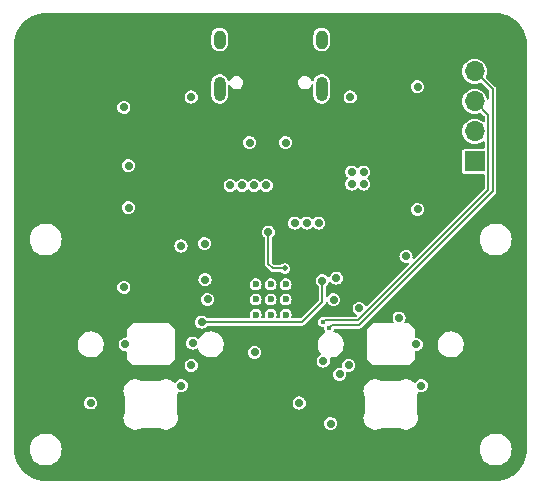
<source format=gbr>
%TF.GenerationSoftware,KiCad,Pcbnew,7.0.1*%
%TF.CreationDate,2023-05-12T00:47:34+01:00*%
%TF.ProjectId,MoonPad,4d6f6f6e-5061-4642-9e6b-696361645f70,rev?*%
%TF.SameCoordinates,Original*%
%TF.FileFunction,Copper,L4,Bot*%
%TF.FilePolarity,Positive*%
%FSLAX46Y46*%
G04 Gerber Fmt 4.6, Leading zero omitted, Abs format (unit mm)*
G04 Created by KiCad (PCBNEW 7.0.1) date 2023-05-12 00:47:34*
%MOMM*%
%LPD*%
G01*
G04 APERTURE LIST*
%TA.AperFunction,ComponentPad*%
%ADD10O,1.000000X2.100000*%
%TD*%
%TA.AperFunction,ComponentPad*%
%ADD11O,1.000000X1.600000*%
%TD*%
%TA.AperFunction,ComponentPad*%
%ADD12C,0.600000*%
%TD*%
%TA.AperFunction,ComponentPad*%
%ADD13R,1.700000X1.700000*%
%TD*%
%TA.AperFunction,ComponentPad*%
%ADD14O,1.700000X1.700000*%
%TD*%
%TA.AperFunction,ViaPad*%
%ADD15C,0.700000*%
%TD*%
%TA.AperFunction,ViaPad*%
%ADD16C,0.500000*%
%TD*%
%TA.AperFunction,ViaPad*%
%ADD17C,0.450000*%
%TD*%
%TA.AperFunction,Conductor*%
%ADD18C,0.200000*%
%TD*%
G04 APERTURE END LIST*
D10*
%TO.P,J3,S1,SHIELD*%
%TO.N,GND*%
X182120000Y-83775000D03*
D11*
X182120000Y-79595000D03*
D10*
X173480000Y-83775000D03*
D11*
X173480000Y-79595000D03*
%TD*%
D12*
%TO.P,U3,57,GND*%
%TO.N,GND*%
X176525000Y-100325000D03*
X176525000Y-101600000D03*
X176525000Y-102875000D03*
X177800000Y-100325000D03*
X177800000Y-101600000D03*
X177800000Y-102875000D03*
X179075000Y-100325000D03*
X179075000Y-101600000D03*
X179075000Y-102875000D03*
%TD*%
D13*
%TO.P,J1,1,Pin_1*%
%TO.N,GND*%
X195072000Y-89906000D03*
D14*
%TO.P,J1,2,Pin_2*%
%TO.N,+3V3*%
X195072000Y-87366000D03*
%TO.P,J1,3,Pin_3*%
%TO.N,/OLED_SCL*%
X195072000Y-84826000D03*
%TO.P,J1,4,Pin_4*%
%TO.N,/OLED_SDA*%
X195072000Y-82286000D03*
%TD*%
D15*
%TO.N,VBUS*%
X171069000Y-83566000D03*
X175310800Y-85775800D03*
X175895000Y-83312000D03*
X188722000Y-92329000D03*
X182880000Y-111252000D03*
X190246000Y-94995996D03*
X185293001Y-99822001D03*
X171069000Y-98806000D03*
X180263800Y-85775800D03*
X190246000Y-92328997D03*
X184531000Y-85344000D03*
X162560000Y-111252000D03*
X179705000Y-83312000D03*
X190246001Y-90804999D03*
%TO.N,GND*%
X181864000Y-95123000D03*
X184658001Y-91820999D03*
X190246002Y-93979996D03*
X172466000Y-101600000D03*
X183642000Y-107950000D03*
X165481000Y-105410000D03*
X183134000Y-101628000D03*
X176022000Y-88315000D03*
X179070000Y-88315000D03*
X165368000Y-85330000D03*
X190232000Y-83580000D03*
X171196000Y-105283000D03*
X165771102Y-90272001D03*
X162560000Y-110363000D03*
X182245000Y-106807000D03*
X184657999Y-90804999D03*
X180213000Y-110363000D03*
X185674001Y-90804999D03*
X165368000Y-100570000D03*
X176437289Y-106070887D03*
X176403000Y-91948000D03*
X185673999Y-91820999D03*
X165771102Y-93827998D03*
X180848000Y-95123000D03*
X177419000Y-91948000D03*
X174371000Y-91948000D03*
X189260000Y-97947000D03*
X171069000Y-84455000D03*
X172212000Y-96870700D03*
X185293002Y-102362000D03*
X170240000Y-108894135D03*
X188671200Y-103174800D03*
X172240000Y-99921000D03*
X183360000Y-99794000D03*
X170213100Y-97075125D03*
X190560000Y-108894135D03*
X184404000Y-107188000D03*
X179832000Y-95123000D03*
X184531000Y-84455000D03*
X182880000Y-112103903D03*
X175387000Y-91948000D03*
X190119000Y-105410000D03*
X171069000Y-107188000D03*
%TO.N,+1V1*%
X177600000Y-95885000D03*
D16*
X179003371Y-98977451D03*
D15*
%TO.N,ADC_X*%
X182176900Y-99998100D03*
X171958000Y-103505000D03*
D17*
%TO.N,/OLED_SCL*%
X182245000Y-103505000D03*
%TO.N,/OLED_SDA*%
X182753000Y-104002018D03*
%TD*%
D18*
%TO.N,+1V1*%
X177971451Y-98977451D02*
X179003371Y-98977451D01*
X177600000Y-95885000D02*
X177600000Y-98606000D01*
X177600000Y-98606000D02*
X177971451Y-98977451D01*
%TO.N,ADC_X*%
X182176900Y-101795100D02*
X182176900Y-99998100D01*
X180467000Y-103505000D02*
X182176900Y-101795100D01*
X171958000Y-103505000D02*
X180467000Y-103505000D01*
%TO.N,/OLED_SCL*%
X182245000Y-103505000D02*
X182372000Y-103378000D01*
X185166000Y-103378000D02*
X196215000Y-92329000D01*
X196215000Y-92329000D02*
X196215000Y-85969000D01*
X182372000Y-103378000D02*
X185166000Y-103378000D01*
X196215000Y-85969000D02*
X195072000Y-84826000D01*
%TO.N,/OLED_SDA*%
X182996018Y-103759000D02*
X185293000Y-103759000D01*
X182753000Y-104002018D02*
X182996018Y-103759000D01*
X196596000Y-92456000D02*
X196596000Y-83810000D01*
X196596000Y-83810000D02*
X195072000Y-82286000D01*
X185293000Y-103759000D02*
X196596000Y-92456000D01*
%TD*%
%TA.AperFunction,Conductor*%
%TO.N,VBUS*%
G36*
X196852777Y-77335655D02*
G01*
X197143902Y-77352005D01*
X197154925Y-77353247D01*
X197439661Y-77401625D01*
X197450455Y-77404088D01*
X197727994Y-77484046D01*
X197738465Y-77487710D01*
X197861584Y-77538708D01*
X198005287Y-77598232D01*
X198015289Y-77603049D01*
X198268053Y-77742746D01*
X198277453Y-77748652D01*
X198512992Y-77915777D01*
X198521661Y-77922690D01*
X198737019Y-78115145D01*
X198744854Y-78122980D01*
X198937305Y-78338333D01*
X198944226Y-78347012D01*
X199111346Y-78582545D01*
X199117253Y-78591946D01*
X199256950Y-78844710D01*
X199261767Y-78854712D01*
X199372287Y-79121530D01*
X199375954Y-79132009D01*
X199455907Y-79409529D01*
X199458377Y-79420353D01*
X199506751Y-79705069D01*
X199507994Y-79716101D01*
X199524344Y-80007222D01*
X199524500Y-80012773D01*
X199524500Y-114297227D01*
X199524344Y-114302778D01*
X199507994Y-114593898D01*
X199506751Y-114604930D01*
X199458377Y-114889646D01*
X199455907Y-114900470D01*
X199375954Y-115177990D01*
X199372287Y-115188469D01*
X199261767Y-115455287D01*
X199256950Y-115465289D01*
X199117253Y-115718053D01*
X199111346Y-115727454D01*
X198944226Y-115962987D01*
X198937305Y-115971666D01*
X198744862Y-116187011D01*
X198737011Y-116194862D01*
X198521666Y-116387305D01*
X198512987Y-116394226D01*
X198277454Y-116561346D01*
X198268053Y-116567253D01*
X198015289Y-116706950D01*
X198005287Y-116711767D01*
X197738469Y-116822287D01*
X197727990Y-116825954D01*
X197450470Y-116905907D01*
X197439646Y-116908377D01*
X197154930Y-116956751D01*
X197143898Y-116957994D01*
X196852778Y-116974344D01*
X196847227Y-116974500D01*
X158752773Y-116974500D01*
X158747222Y-116974344D01*
X158456101Y-116957994D01*
X158445069Y-116956751D01*
X158160353Y-116908377D01*
X158149531Y-116905907D01*
X158079936Y-116885857D01*
X157872009Y-116825954D01*
X157861530Y-116822287D01*
X157594712Y-116711767D01*
X157584710Y-116706950D01*
X157331946Y-116567253D01*
X157322545Y-116561346D01*
X157087012Y-116394226D01*
X157078333Y-116387305D01*
X156862980Y-116194854D01*
X156855145Y-116187019D01*
X156662690Y-115971661D01*
X156655777Y-115962992D01*
X156488652Y-115727453D01*
X156482746Y-115718053D01*
X156343049Y-115465289D01*
X156338232Y-115455287D01*
X156227712Y-115188469D01*
X156224045Y-115177990D01*
X156222146Y-115171397D01*
X156144088Y-114900455D01*
X156141625Y-114889661D01*
X156093247Y-114604925D01*
X156092005Y-114593898D01*
X156085640Y-114480566D01*
X156075655Y-114302777D01*
X156075577Y-114300000D01*
X157394340Y-114300000D01*
X157414936Y-114535405D01*
X157476098Y-114763667D01*
X157575963Y-114977826D01*
X157575964Y-114977827D01*
X157575965Y-114977829D01*
X157711505Y-115171401D01*
X157878599Y-115338495D01*
X158072171Y-115474035D01*
X158072172Y-115474035D01*
X158072173Y-115474036D01*
X158286332Y-115573901D01*
X158286333Y-115573901D01*
X158286337Y-115573903D01*
X158514592Y-115635063D01*
X158585168Y-115641237D01*
X158691031Y-115650500D01*
X158691034Y-115650500D01*
X158808966Y-115650500D01*
X158808969Y-115650500D01*
X158897186Y-115642781D01*
X158985408Y-115635063D01*
X159213663Y-115573903D01*
X159427829Y-115474035D01*
X159621401Y-115338495D01*
X159788495Y-115171401D01*
X159924035Y-114977830D01*
X160023903Y-114763663D01*
X160085063Y-114535408D01*
X160105659Y-114300000D01*
X195494340Y-114300000D01*
X195514936Y-114535405D01*
X195576098Y-114763667D01*
X195675963Y-114977826D01*
X195675964Y-114977827D01*
X195675965Y-114977829D01*
X195811505Y-115171401D01*
X195978599Y-115338495D01*
X196172171Y-115474035D01*
X196172172Y-115474035D01*
X196172173Y-115474036D01*
X196386332Y-115573901D01*
X196386333Y-115573901D01*
X196386337Y-115573903D01*
X196614592Y-115635063D01*
X196685168Y-115641237D01*
X196791031Y-115650500D01*
X196791034Y-115650500D01*
X196908966Y-115650500D01*
X196908969Y-115650500D01*
X196997186Y-115642781D01*
X197085408Y-115635063D01*
X197313663Y-115573903D01*
X197527829Y-115474035D01*
X197721401Y-115338495D01*
X197888495Y-115171401D01*
X198024035Y-114977830D01*
X198123903Y-114763663D01*
X198185063Y-114535408D01*
X198205659Y-114300000D01*
X198185063Y-114064592D01*
X198123903Y-113836337D01*
X198024035Y-113622171D01*
X197888495Y-113428599D01*
X197721401Y-113261505D01*
X197527829Y-113125965D01*
X197527828Y-113125964D01*
X197527826Y-113125963D01*
X197313667Y-113026098D01*
X197085405Y-112964936D01*
X196908969Y-112949500D01*
X196908966Y-112949500D01*
X196791034Y-112949500D01*
X196791031Y-112949500D01*
X196614594Y-112964936D01*
X196386332Y-113026098D01*
X196172173Y-113125963D01*
X195978602Y-113261502D01*
X195811502Y-113428602D01*
X195675963Y-113622172D01*
X195576098Y-113836332D01*
X195514936Y-114064594D01*
X195494340Y-114300000D01*
X160105659Y-114300000D01*
X160085063Y-114064592D01*
X160023903Y-113836337D01*
X159924035Y-113622171D01*
X159788495Y-113428599D01*
X159621401Y-113261505D01*
X159427829Y-113125965D01*
X159427828Y-113125964D01*
X159427826Y-113125963D01*
X159213667Y-113026098D01*
X158985405Y-112964936D01*
X158808969Y-112949500D01*
X158808966Y-112949500D01*
X158691034Y-112949500D01*
X158691031Y-112949500D01*
X158514594Y-112964936D01*
X158286332Y-113026098D01*
X158072173Y-113125963D01*
X157878602Y-113261502D01*
X157711502Y-113428602D01*
X157575963Y-113622172D01*
X157476098Y-113836332D01*
X157414936Y-114064594D01*
X157394340Y-114300000D01*
X156075577Y-114300000D01*
X156075500Y-114297227D01*
X156075500Y-111633006D01*
X165336463Y-111633006D01*
X165354219Y-111814742D01*
X165404579Y-111990263D01*
X165485883Y-112153771D01*
X165595438Y-112299856D01*
X165729626Y-112423693D01*
X165729628Y-112423694D01*
X165729630Y-112423696D01*
X165884023Y-112521198D01*
X166053515Y-112589142D01*
X166232506Y-112625281D01*
X166354223Y-112627374D01*
X166415081Y-112628422D01*
X166415081Y-112628421D01*
X166415082Y-112628422D01*
X166595210Y-112598460D01*
X166766938Y-112536386D01*
X166774771Y-112531820D01*
X166777289Y-112530354D01*
X166777921Y-112530089D01*
X166822535Y-112504023D01*
X166872486Y-112490502D01*
X166911392Y-112490506D01*
X166911395Y-112490504D01*
X166924449Y-112490506D01*
X166924511Y-112490499D01*
X168355329Y-112490499D01*
X168355381Y-112490505D01*
X168368604Y-112490503D01*
X168368608Y-112490505D01*
X168407512Y-112490501D01*
X168457459Y-112504019D01*
X168491130Y-112523691D01*
X168491132Y-112523691D01*
X168501944Y-112530008D01*
X168502842Y-112530384D01*
X168513079Y-112536350D01*
X168684799Y-112598420D01*
X168864921Y-112628381D01*
X169047489Y-112625240D01*
X169226473Y-112589103D01*
X169395958Y-112521162D01*
X169550345Y-112423664D01*
X169684531Y-112299828D01*
X169794083Y-112153748D01*
X169818868Y-112103903D01*
X182324750Y-112103903D01*
X182343669Y-112247612D01*
X182382892Y-112342304D01*
X182399139Y-112381528D01*
X182431469Y-112423661D01*
X182487378Y-112496524D01*
X182531467Y-112530354D01*
X182602375Y-112584764D01*
X182697067Y-112623986D01*
X182736290Y-112640233D01*
X182753008Y-112642434D01*
X182880000Y-112659153D01*
X183023709Y-112640233D01*
X183157625Y-112584764D01*
X183272621Y-112496524D01*
X183360861Y-112381528D01*
X183416330Y-112247612D01*
X183435250Y-112103903D01*
X183416330Y-111960194D01*
X183360861Y-111826278D01*
X183310932Y-111761209D01*
X183272621Y-111711281D01*
X183207552Y-111661353D01*
X183170610Y-111633006D01*
X185656463Y-111633006D01*
X185674219Y-111814742D01*
X185724579Y-111990263D01*
X185805883Y-112153771D01*
X185915438Y-112299856D01*
X186049626Y-112423693D01*
X186049628Y-112423694D01*
X186049630Y-112423696D01*
X186204023Y-112521198D01*
X186373515Y-112589142D01*
X186552506Y-112625281D01*
X186674223Y-112627374D01*
X186735081Y-112628422D01*
X186735081Y-112628421D01*
X186735082Y-112628422D01*
X186915210Y-112598460D01*
X187086938Y-112536386D01*
X187094771Y-112531820D01*
X187097289Y-112530354D01*
X187097921Y-112530089D01*
X187142535Y-112504023D01*
X187192486Y-112490502D01*
X187231392Y-112490506D01*
X187231395Y-112490504D01*
X187244449Y-112490506D01*
X187244511Y-112490499D01*
X188675329Y-112490499D01*
X188675381Y-112490505D01*
X188688604Y-112490503D01*
X188688608Y-112490505D01*
X188727512Y-112490501D01*
X188777459Y-112504019D01*
X188811130Y-112523691D01*
X188811132Y-112523691D01*
X188821944Y-112530008D01*
X188822842Y-112530384D01*
X188833079Y-112536350D01*
X189004799Y-112598420D01*
X189184921Y-112628381D01*
X189367489Y-112625240D01*
X189546473Y-112589103D01*
X189715958Y-112521162D01*
X189870345Y-112423664D01*
X190004531Y-112299828D01*
X190114083Y-112153748D01*
X190195382Y-111990250D01*
X190245741Y-111814736D01*
X190263496Y-111633006D01*
X190248060Y-111451064D01*
X190199944Y-111274922D01*
X190194733Y-111264065D01*
X190194493Y-111263330D01*
X190170300Y-111213083D01*
X190160499Y-111170134D01*
X190160499Y-109809890D01*
X190170244Y-109767059D01*
X190174106Y-109759011D01*
X190174143Y-109759029D01*
X190174163Y-109758890D01*
X190189019Y-109728040D01*
X190189019Y-109728037D01*
X190194556Y-109716540D01*
X190194704Y-109716089D01*
X190196519Y-109712307D01*
X190199981Y-109705094D01*
X190248100Y-109528945D01*
X190250435Y-109501412D01*
X190274062Y-109445182D01*
X190326166Y-109413471D01*
X190386964Y-109418317D01*
X190416291Y-109430465D01*
X190560000Y-109449385D01*
X190703709Y-109430465D01*
X190837625Y-109374996D01*
X190952621Y-109286756D01*
X191040861Y-109171760D01*
X191096330Y-109037844D01*
X191115250Y-108894135D01*
X191096330Y-108750426D01*
X191040861Y-108616510D01*
X190955488Y-108505250D01*
X190952621Y-108501513D01*
X190877214Y-108443652D01*
X190837625Y-108413274D01*
X190798401Y-108397027D01*
X190703709Y-108357804D01*
X190560000Y-108338885D01*
X190416290Y-108357804D01*
X190282375Y-108413274D01*
X190167378Y-108501513D01*
X190085640Y-108608037D01*
X190042198Y-108640339D01*
X189988261Y-108644961D01*
X189939957Y-108620523D01*
X189870370Y-108556304D01*
X189715982Y-108458804D01*
X189715979Y-108458803D01*
X189715978Y-108458802D01*
X189602405Y-108413274D01*
X189546484Y-108390857D01*
X189367492Y-108354718D01*
X189184919Y-108351577D01*
X189004789Y-108381539D01*
X188833061Y-108443613D01*
X188822514Y-108449759D01*
X188821887Y-108450023D01*
X188777461Y-108475978D01*
X188727514Y-108489496D01*
X188688967Y-108489493D01*
X188688607Y-108489493D01*
X188675550Y-108489492D01*
X188675489Y-108489500D01*
X187192493Y-108489500D01*
X187142538Y-108475972D01*
X187098286Y-108450108D01*
X187097272Y-108449683D01*
X187086920Y-108443650D01*
X186915201Y-108381579D01*
X186735079Y-108351618D01*
X186552514Y-108354759D01*
X186373528Y-108390896D01*
X186204038Y-108458838D01*
X186049659Y-108556333D01*
X185915467Y-108680172D01*
X185805918Y-108826249D01*
X185724617Y-108989749D01*
X185683439Y-109133267D01*
X185674259Y-109165264D01*
X185656504Y-109346994D01*
X185657325Y-109356675D01*
X185671940Y-109528937D01*
X185681509Y-109563965D01*
X185720056Y-109705078D01*
X185725340Y-109716089D01*
X185725357Y-109716123D01*
X185725649Y-109717013D01*
X185743430Y-109753918D01*
X185745824Y-109758887D01*
X185749681Y-109766891D01*
X185759493Y-109809892D01*
X185759476Y-109865874D01*
X185759501Y-109866064D01*
X185759501Y-111170109D01*
X185749753Y-111212946D01*
X185746029Y-111220705D01*
X185745977Y-111220814D01*
X185725590Y-111263157D01*
X185725443Y-111263600D01*
X185720018Y-111274904D01*
X185671900Y-111451054D01*
X185656463Y-111633006D01*
X183170610Y-111633006D01*
X183157625Y-111623042D01*
X183118401Y-111606795D01*
X183023709Y-111567572D01*
X182880000Y-111548653D01*
X182736290Y-111567572D01*
X182602375Y-111623042D01*
X182487378Y-111711281D01*
X182399139Y-111826278D01*
X182343669Y-111960193D01*
X182324750Y-112103903D01*
X169818868Y-112103903D01*
X169875382Y-111990250D01*
X169925741Y-111814736D01*
X169943496Y-111633006D01*
X169928060Y-111451064D01*
X169879944Y-111274922D01*
X169874733Y-111264065D01*
X169874493Y-111263330D01*
X169850300Y-111213083D01*
X169840499Y-111170134D01*
X169840499Y-110362999D01*
X179657750Y-110362999D01*
X179676669Y-110506709D01*
X179715892Y-110601401D01*
X179732139Y-110640625D01*
X179770450Y-110690552D01*
X179820378Y-110755621D01*
X179870306Y-110793932D01*
X179935375Y-110843861D01*
X180030067Y-110883083D01*
X180069290Y-110899330D01*
X180086008Y-110901531D01*
X180213000Y-110918250D01*
X180356709Y-110899330D01*
X180490625Y-110843861D01*
X180605621Y-110755621D01*
X180693861Y-110640625D01*
X180749330Y-110506709D01*
X180768250Y-110363000D01*
X180749330Y-110219291D01*
X180693861Y-110085375D01*
X180643932Y-110020306D01*
X180605621Y-109970378D01*
X180540552Y-109920450D01*
X180490625Y-109882139D01*
X180420296Y-109853008D01*
X180356709Y-109826669D01*
X180213000Y-109807750D01*
X180069290Y-109826669D01*
X179935375Y-109882139D01*
X179820378Y-109970378D01*
X179732139Y-110085375D01*
X179676669Y-110219290D01*
X179657750Y-110362999D01*
X169840499Y-110362999D01*
X169840499Y-109809890D01*
X169850244Y-109767059D01*
X169854106Y-109759011D01*
X169854143Y-109759029D01*
X169854163Y-109758890D01*
X169869019Y-109728040D01*
X169869019Y-109728037D01*
X169874556Y-109716540D01*
X169874704Y-109716089D01*
X169876519Y-109712307D01*
X169879981Y-109705094D01*
X169928100Y-109528945D01*
X169930435Y-109501412D01*
X169954062Y-109445182D01*
X170006166Y-109413471D01*
X170066964Y-109418317D01*
X170096291Y-109430465D01*
X170240000Y-109449385D01*
X170383709Y-109430465D01*
X170517625Y-109374996D01*
X170632621Y-109286756D01*
X170720861Y-109171760D01*
X170776330Y-109037844D01*
X170795250Y-108894135D01*
X170776330Y-108750426D01*
X170720861Y-108616510D01*
X170635488Y-108505250D01*
X170632621Y-108501513D01*
X170557214Y-108443652D01*
X170517625Y-108413274D01*
X170478401Y-108397027D01*
X170383709Y-108357804D01*
X170240000Y-108338885D01*
X170096290Y-108357804D01*
X169962375Y-108413274D01*
X169847378Y-108501513D01*
X169765640Y-108608037D01*
X169722198Y-108640339D01*
X169668261Y-108644961D01*
X169619957Y-108620523D01*
X169550370Y-108556304D01*
X169395982Y-108458804D01*
X169395979Y-108458803D01*
X169395978Y-108458802D01*
X169282405Y-108413274D01*
X169226484Y-108390857D01*
X169047492Y-108354718D01*
X168864919Y-108351577D01*
X168684789Y-108381539D01*
X168513061Y-108443613D01*
X168502514Y-108449759D01*
X168501887Y-108450023D01*
X168457461Y-108475978D01*
X168407514Y-108489496D01*
X168368967Y-108489493D01*
X168368607Y-108489493D01*
X168355550Y-108489492D01*
X168355489Y-108489500D01*
X166872493Y-108489500D01*
X166822538Y-108475972D01*
X166778286Y-108450108D01*
X166777272Y-108449683D01*
X166766920Y-108443650D01*
X166595201Y-108381579D01*
X166415079Y-108351618D01*
X166232514Y-108354759D01*
X166053528Y-108390896D01*
X165884038Y-108458838D01*
X165729659Y-108556333D01*
X165595467Y-108680172D01*
X165485918Y-108826249D01*
X165404617Y-108989749D01*
X165363439Y-109133267D01*
X165354259Y-109165264D01*
X165336504Y-109346994D01*
X165337325Y-109356675D01*
X165351940Y-109528937D01*
X165361509Y-109563965D01*
X165400056Y-109705078D01*
X165405340Y-109716089D01*
X165405357Y-109716123D01*
X165405649Y-109717013D01*
X165423430Y-109753918D01*
X165425824Y-109758887D01*
X165429681Y-109766891D01*
X165439493Y-109809892D01*
X165439476Y-109865874D01*
X165439501Y-109866064D01*
X165439501Y-111170109D01*
X165429753Y-111212946D01*
X165426029Y-111220705D01*
X165425977Y-111220814D01*
X165405590Y-111263157D01*
X165405443Y-111263600D01*
X165400018Y-111274904D01*
X165351900Y-111451054D01*
X165336463Y-111633006D01*
X156075500Y-111633006D01*
X156075500Y-110362999D01*
X162004750Y-110362999D01*
X162023669Y-110506709D01*
X162062892Y-110601401D01*
X162079139Y-110640625D01*
X162117450Y-110690552D01*
X162167378Y-110755621D01*
X162217306Y-110793932D01*
X162282375Y-110843861D01*
X162377067Y-110883083D01*
X162416290Y-110899330D01*
X162433008Y-110901531D01*
X162560000Y-110918250D01*
X162703709Y-110899330D01*
X162837625Y-110843861D01*
X162952621Y-110755621D01*
X163040861Y-110640625D01*
X163096330Y-110506709D01*
X163115250Y-110363000D01*
X163096330Y-110219291D01*
X163040861Y-110085375D01*
X162990932Y-110020306D01*
X162952621Y-109970378D01*
X162887552Y-109920450D01*
X162837625Y-109882139D01*
X162767296Y-109853008D01*
X162703709Y-109826669D01*
X162560000Y-109807750D01*
X162416290Y-109826669D01*
X162282375Y-109882139D01*
X162167378Y-109970378D01*
X162079139Y-110085375D01*
X162023669Y-110219290D01*
X162004750Y-110362999D01*
X156075500Y-110362999D01*
X156075500Y-107949999D01*
X183086750Y-107949999D01*
X183105669Y-108093709D01*
X183144892Y-108188401D01*
X183161139Y-108227625D01*
X183199450Y-108277552D01*
X183249378Y-108342621D01*
X183299306Y-108380932D01*
X183364375Y-108430861D01*
X183459067Y-108470083D01*
X183498290Y-108486330D01*
X183515008Y-108488531D01*
X183642000Y-108505250D01*
X183785709Y-108486330D01*
X183919625Y-108430861D01*
X184034621Y-108342621D01*
X184122861Y-108227625D01*
X184178330Y-108093709D01*
X184197250Y-107950000D01*
X184182744Y-107839818D01*
X184193083Y-107781184D01*
X184235184Y-107739083D01*
X184293818Y-107728744D01*
X184404000Y-107743250D01*
X184547709Y-107724330D01*
X184681625Y-107668861D01*
X184796621Y-107580621D01*
X184884861Y-107465625D01*
X184940330Y-107331709D01*
X184959250Y-107188000D01*
X184940330Y-107044291D01*
X184884861Y-106910375D01*
X184834932Y-106845306D01*
X184796621Y-106795378D01*
X184731552Y-106745450D01*
X184681625Y-106707139D01*
X184616105Y-106680000D01*
X185928000Y-106680000D01*
X186436000Y-107188000D01*
X189483999Y-107188000D01*
X189484000Y-107188000D01*
X189992000Y-106680000D01*
X189992000Y-106061418D01*
X190007504Y-106008226D01*
X190049160Y-105971694D01*
X190103921Y-105963265D01*
X190106786Y-105963642D01*
X190119000Y-105965250D01*
X190262709Y-105946330D01*
X190396625Y-105890861D01*
X190511621Y-105802621D01*
X190599861Y-105687625D01*
X190655330Y-105553709D01*
X190674250Y-105410000D01*
X190667324Y-105357395D01*
X191935745Y-105357395D01*
X191945746Y-105567332D01*
X191995294Y-105771574D01*
X192082604Y-105962754D01*
X192204510Y-106133948D01*
X192204513Y-106133951D01*
X192204514Y-106133952D01*
X192284367Y-106210091D01*
X192356622Y-106278986D01*
X192533431Y-106392615D01*
X192728539Y-106470724D01*
X192728541Y-106470724D01*
X192728543Y-106470725D01*
X192934915Y-106510500D01*
X193092422Y-106510500D01*
X193092425Y-106510500D01*
X193249218Y-106495528D01*
X193450875Y-106436316D01*
X193637682Y-106340011D01*
X193802886Y-106210092D01*
X193940519Y-106051256D01*
X194045604Y-105869244D01*
X194114344Y-105670633D01*
X194144254Y-105462602D01*
X194134254Y-105252670D01*
X194109193Y-105149367D01*
X194084705Y-105048425D01*
X193997395Y-104857245D01*
X193875489Y-104686051D01*
X193723377Y-104541013D01*
X193546568Y-104427384D01*
X193351460Y-104349275D01*
X193196678Y-104319443D01*
X193145085Y-104309500D01*
X192987575Y-104309500D01*
X192893499Y-104318483D01*
X192830780Y-104324472D01*
X192629124Y-104383683D01*
X192442317Y-104479989D01*
X192277112Y-104609908D01*
X192139483Y-104768740D01*
X192034395Y-104950758D01*
X191965655Y-105149369D01*
X191935745Y-105357395D01*
X190667324Y-105357395D01*
X190655330Y-105266291D01*
X190599861Y-105132375D01*
X190521213Y-105029879D01*
X190511621Y-105017378D01*
X190424799Y-104950758D01*
X190396625Y-104929139D01*
X190357401Y-104912892D01*
X190262709Y-104873669D01*
X190134077Y-104856735D01*
X190119000Y-104854750D01*
X190118999Y-104854750D01*
X190103921Y-104856735D01*
X190049160Y-104848306D01*
X190007504Y-104811774D01*
X189992000Y-104758582D01*
X189992000Y-104140001D01*
X189992000Y-104140000D01*
X189484000Y-103632000D01*
X189483999Y-103632000D01*
X189215020Y-103632000D01*
X189162741Y-103617071D01*
X189126230Y-103576787D01*
X189116497Y-103523296D01*
X189136478Y-103472733D01*
X189152061Y-103452425D01*
X189207530Y-103318509D01*
X189226450Y-103174800D01*
X189207530Y-103031091D01*
X189204650Y-103024139D01*
X189167601Y-102934693D01*
X189152061Y-102897175D01*
X189102132Y-102832106D01*
X189063821Y-102782178D01*
X188998752Y-102732250D01*
X188948825Y-102693939D01*
X188909601Y-102677692D01*
X188814909Y-102638469D01*
X188671200Y-102619550D01*
X188527490Y-102638469D01*
X188393575Y-102693939D01*
X188278578Y-102782178D01*
X188190339Y-102897175D01*
X188134869Y-103031090D01*
X188115950Y-103174800D01*
X188134869Y-103318509D01*
X188190338Y-103452424D01*
X188205922Y-103472733D01*
X188225903Y-103523296D01*
X188216170Y-103576787D01*
X188179659Y-103617071D01*
X188127380Y-103632000D01*
X186436000Y-103632000D01*
X185928000Y-104140000D01*
X185928000Y-106680000D01*
X184616105Y-106680000D01*
X184547709Y-106651669D01*
X184404000Y-106632750D01*
X184260290Y-106651669D01*
X184126375Y-106707139D01*
X184011378Y-106795378D01*
X183923139Y-106910375D01*
X183867669Y-107044290D01*
X183848750Y-107188000D01*
X183863255Y-107298180D01*
X183852916Y-107356815D01*
X183810815Y-107398916D01*
X183752180Y-107409255D01*
X183642000Y-107394750D01*
X183498290Y-107413669D01*
X183364375Y-107469139D01*
X183249378Y-107557378D01*
X183161139Y-107672375D01*
X183105669Y-107806290D01*
X183086750Y-107949999D01*
X156075500Y-107949999D01*
X156075500Y-105357395D01*
X161455745Y-105357395D01*
X161465746Y-105567332D01*
X161515294Y-105771574D01*
X161602604Y-105962754D01*
X161724510Y-106133948D01*
X161724513Y-106133951D01*
X161724514Y-106133952D01*
X161804367Y-106210091D01*
X161876622Y-106278986D01*
X162053431Y-106392615D01*
X162248539Y-106470724D01*
X162248541Y-106470724D01*
X162248543Y-106470725D01*
X162454915Y-106510500D01*
X162612422Y-106510500D01*
X162612425Y-106510500D01*
X162769218Y-106495528D01*
X162970875Y-106436316D01*
X163157682Y-106340011D01*
X163322886Y-106210092D01*
X163460519Y-106051256D01*
X163565604Y-105869244D01*
X163634344Y-105670633D01*
X163664254Y-105462602D01*
X163661748Y-105409999D01*
X164925750Y-105409999D01*
X164944669Y-105553709D01*
X164983892Y-105648401D01*
X165000139Y-105687625D01*
X165014753Y-105706670D01*
X165088378Y-105802621D01*
X165110154Y-105819330D01*
X165203375Y-105890861D01*
X165291051Y-105927177D01*
X165337290Y-105946330D01*
X165354001Y-105948530D01*
X165481000Y-105965250D01*
X165493526Y-105963600D01*
X165496079Y-105963265D01*
X165550840Y-105971694D01*
X165592496Y-106008226D01*
X165608000Y-106061418D01*
X165608000Y-106680000D01*
X166116000Y-107188000D01*
X169163999Y-107188000D01*
X169164000Y-107188000D01*
X169164001Y-107187999D01*
X170513750Y-107187999D01*
X170532669Y-107331709D01*
X170564790Y-107409255D01*
X170588139Y-107465625D01*
X170626450Y-107515552D01*
X170676378Y-107580621D01*
X170726306Y-107618932D01*
X170791375Y-107668861D01*
X170886067Y-107708083D01*
X170925290Y-107724330D01*
X170942008Y-107726531D01*
X171069000Y-107743250D01*
X171212709Y-107724330D01*
X171346625Y-107668861D01*
X171461621Y-107580621D01*
X171549861Y-107465625D01*
X171605330Y-107331709D01*
X171624250Y-107188000D01*
X171605330Y-107044291D01*
X171549861Y-106910375D01*
X171499932Y-106845306D01*
X171470539Y-106807000D01*
X181689750Y-106807000D01*
X181708669Y-106950709D01*
X181747432Y-107044290D01*
X181764139Y-107084625D01*
X181802450Y-107134552D01*
X181852378Y-107199621D01*
X181902306Y-107237932D01*
X181967375Y-107287861D01*
X182062067Y-107327083D01*
X182101290Y-107343330D01*
X182118008Y-107345531D01*
X182245000Y-107362250D01*
X182388709Y-107343330D01*
X182522625Y-107287861D01*
X182637621Y-107199621D01*
X182725861Y-107084625D01*
X182781330Y-106950709D01*
X182800250Y-106807000D01*
X182781330Y-106663291D01*
X182774741Y-106647385D01*
X182767683Y-106599796D01*
X182783891Y-106554499D01*
X182819538Y-106522190D01*
X182866206Y-106510500D01*
X182932422Y-106510500D01*
X182932425Y-106510500D01*
X183089218Y-106495528D01*
X183290875Y-106436316D01*
X183477682Y-106340011D01*
X183642886Y-106210092D01*
X183780519Y-106051256D01*
X183885604Y-105869244D01*
X183954344Y-105670633D01*
X183984254Y-105462602D01*
X183974254Y-105252670D01*
X183949193Y-105149367D01*
X183924705Y-105048425D01*
X183837395Y-104857245D01*
X183715489Y-104686051D01*
X183563377Y-104541013D01*
X183386569Y-104427385D01*
X183182681Y-104345761D01*
X183183525Y-104343650D01*
X183142345Y-104321201D01*
X183115944Y-104267171D01*
X183125683Y-104207831D01*
X183169838Y-104121173D01*
X183170400Y-104121459D01*
X183179163Y-104100306D01*
X183214311Y-104070290D01*
X183259254Y-104059500D01*
X185227835Y-104059500D01*
X185243755Y-104062097D01*
X185250764Y-104061772D01*
X185250765Y-104061773D01*
X185297641Y-104059606D01*
X185302214Y-104059500D01*
X185320844Y-104059500D01*
X185320951Y-104059480D01*
X185334571Y-104057898D01*
X185362992Y-104056585D01*
X185371982Y-104052615D01*
X185393772Y-104045866D01*
X185403433Y-104044061D01*
X185427623Y-104029082D01*
X185439722Y-104022704D01*
X185465765Y-104011206D01*
X185472710Y-104004259D01*
X185490597Y-103990091D01*
X185498952Y-103984919D01*
X185516095Y-103962216D01*
X185525082Y-103951887D01*
X192956970Y-96519999D01*
X195494340Y-96519999D01*
X195514936Y-96755405D01*
X195576098Y-96983667D01*
X195675963Y-97197826D01*
X195675964Y-97197827D01*
X195675965Y-97197829D01*
X195811505Y-97391401D01*
X195978599Y-97558495D01*
X196172171Y-97694035D01*
X196172172Y-97694035D01*
X196172173Y-97694036D01*
X196386332Y-97793901D01*
X196386333Y-97793901D01*
X196386337Y-97793903D01*
X196614592Y-97855063D01*
X196685168Y-97861237D01*
X196791031Y-97870500D01*
X196791034Y-97870500D01*
X196908966Y-97870500D01*
X196908969Y-97870500D01*
X196997186Y-97862781D01*
X197085408Y-97855063D01*
X197313663Y-97793903D01*
X197527829Y-97694035D01*
X197721401Y-97558495D01*
X197888495Y-97391401D01*
X198024035Y-97197830D01*
X198123903Y-96983663D01*
X198185063Y-96755408D01*
X198205659Y-96520000D01*
X198185063Y-96284592D01*
X198123903Y-96056337D01*
X198024035Y-95842171D01*
X197888495Y-95648599D01*
X197721401Y-95481505D01*
X197605890Y-95400624D01*
X197527826Y-95345963D01*
X197313667Y-95246098D01*
X197085405Y-95184936D01*
X196908969Y-95169500D01*
X196908966Y-95169500D01*
X196791034Y-95169500D01*
X196791031Y-95169500D01*
X196614594Y-95184936D01*
X196386332Y-95246098D01*
X196172173Y-95345963D01*
X195978602Y-95481502D01*
X195811502Y-95648602D01*
X195675963Y-95842172D01*
X195576098Y-96056332D01*
X195514936Y-96284594D01*
X195494340Y-96519999D01*
X192956970Y-96519999D01*
X196762405Y-92714564D01*
X196775496Y-92705147D01*
X196780225Y-92699959D01*
X196780228Y-92699958D01*
X196811877Y-92665239D01*
X196814994Y-92661975D01*
X196828174Y-92648797D01*
X196828238Y-92648702D01*
X196836745Y-92637961D01*
X196855916Y-92616933D01*
X196859464Y-92607771D01*
X196870103Y-92587587D01*
X196875657Y-92579481D01*
X196882171Y-92551782D01*
X196886220Y-92538705D01*
X196896500Y-92512173D01*
X196896500Y-92502347D01*
X196899130Y-92479681D01*
X196901379Y-92470119D01*
X196897448Y-92441946D01*
X196896500Y-92428270D01*
X196896500Y-83875165D01*
X196899097Y-83859244D01*
X196896606Y-83805358D01*
X196896500Y-83800786D01*
X196896500Y-83782157D01*
X196896480Y-83782050D01*
X196894898Y-83768430D01*
X196893585Y-83740008D01*
X196889613Y-83731013D01*
X196882866Y-83709224D01*
X196881061Y-83699567D01*
X196866091Y-83675389D01*
X196859698Y-83663261D01*
X196848206Y-83637234D01*
X196841255Y-83630283D01*
X196827086Y-83612393D01*
X196821919Y-83604048D01*
X196799226Y-83586911D01*
X196788883Y-83577911D01*
X196048187Y-82837215D01*
X196025536Y-82802083D01*
X196019403Y-82760734D01*
X196030880Y-82720544D01*
X196047232Y-82689954D01*
X196107300Y-82491934D01*
X196127583Y-82286000D01*
X196107300Y-82080066D01*
X196047232Y-81882046D01*
X195949685Y-81699550D01*
X195818410Y-81539590D01*
X195658450Y-81408315D01*
X195475954Y-81310768D01*
X195475953Y-81310767D01*
X195475952Y-81310767D01*
X195277933Y-81250699D01*
X195072000Y-81230416D01*
X194866066Y-81250699D01*
X194668047Y-81310767D01*
X194485549Y-81408315D01*
X194325590Y-81539590D01*
X194194315Y-81699549D01*
X194096767Y-81882047D01*
X194036699Y-82080066D01*
X194016416Y-82286000D01*
X194036699Y-82491933D01*
X194096767Y-82689952D01*
X194096768Y-82689954D01*
X194194315Y-82872450D01*
X194325590Y-83032410D01*
X194485550Y-83163685D01*
X194668046Y-83261232D01*
X194803678Y-83302375D01*
X194866066Y-83321300D01*
X195071999Y-83341583D01*
X195071999Y-83341582D01*
X195072000Y-83341583D01*
X195277934Y-83321300D01*
X195475954Y-83261232D01*
X195506542Y-83244881D01*
X195546736Y-83233403D01*
X195588084Y-83239536D01*
X195623216Y-83262187D01*
X196266504Y-83905475D01*
X196287964Y-83937593D01*
X196295500Y-83975479D01*
X196295500Y-84573073D01*
X196279879Y-84626448D01*
X196237947Y-84662979D01*
X196182936Y-84671139D01*
X196132204Y-84648353D01*
X196101763Y-84601811D01*
X196047232Y-84422047D01*
X196047232Y-84422046D01*
X195949685Y-84239550D01*
X195818410Y-84079590D01*
X195658450Y-83948315D01*
X195475954Y-83850768D01*
X195475953Y-83850767D01*
X195475952Y-83850767D01*
X195277933Y-83790699D01*
X195072000Y-83770416D01*
X194866066Y-83790699D01*
X194668047Y-83850767D01*
X194485549Y-83948315D01*
X194325590Y-84079590D01*
X194194315Y-84239549D01*
X194096767Y-84422047D01*
X194036699Y-84620066D01*
X194016416Y-84825999D01*
X194036699Y-85031933D01*
X194083523Y-85186291D01*
X194096768Y-85229954D01*
X194194315Y-85412450D01*
X194325590Y-85572410D01*
X194485550Y-85703685D01*
X194668046Y-85801232D01*
X194866066Y-85861300D01*
X195072000Y-85881583D01*
X195277934Y-85861300D01*
X195475954Y-85801232D01*
X195506542Y-85784881D01*
X195546736Y-85773403D01*
X195588084Y-85779536D01*
X195623216Y-85802187D01*
X195885504Y-86064475D01*
X195906964Y-86096593D01*
X195914500Y-86134479D01*
X195914500Y-86489132D01*
X195899140Y-86542097D01*
X195857828Y-86578627D01*
X195803381Y-86587387D01*
X195752696Y-86565660D01*
X195658450Y-86488315D01*
X195475954Y-86390768D01*
X195475953Y-86390767D01*
X195475952Y-86390767D01*
X195277933Y-86330699D01*
X195072000Y-86310416D01*
X194866066Y-86330699D01*
X194668047Y-86390767D01*
X194485549Y-86488315D01*
X194325590Y-86619590D01*
X194194315Y-86779549D01*
X194096767Y-86962047D01*
X194036699Y-87160066D01*
X194016416Y-87366000D01*
X194036699Y-87571933D01*
X194096767Y-87769952D01*
X194096768Y-87769954D01*
X194194315Y-87952450D01*
X194325590Y-88112410D01*
X194485550Y-88243685D01*
X194668046Y-88341232D01*
X194866066Y-88401300D01*
X195072000Y-88421583D01*
X195277934Y-88401300D01*
X195475954Y-88341232D01*
X195658450Y-88243685D01*
X195752696Y-88166339D01*
X195803381Y-88144613D01*
X195857828Y-88153373D01*
X195899140Y-88189903D01*
X195914500Y-88242868D01*
X195914500Y-88756500D01*
X195901237Y-88806000D01*
X195865000Y-88842237D01*
X195815500Y-88855500D01*
X194202252Y-88855500D01*
X194173010Y-88861316D01*
X194143768Y-88867133D01*
X194077447Y-88911447D01*
X194033133Y-88977768D01*
X194021500Y-89036253D01*
X194021500Y-90775747D01*
X194033133Y-90834231D01*
X194077447Y-90900552D01*
X194121762Y-90930162D01*
X194143769Y-90944867D01*
X194202252Y-90956500D01*
X195815500Y-90956500D01*
X195865000Y-90969763D01*
X195901237Y-91006000D01*
X195914500Y-91055500D01*
X195914500Y-92163521D01*
X195906964Y-92201407D01*
X195885504Y-92233525D01*
X189967382Y-98151646D01*
X189913505Y-98179320D01*
X189853591Y-98170432D01*
X189810068Y-98128310D01*
X189799225Y-98068720D01*
X189799765Y-98064615D01*
X189815250Y-97947000D01*
X189796330Y-97803291D01*
X189792441Y-97793903D01*
X189780083Y-97764067D01*
X189740861Y-97669375D01*
X189690932Y-97604306D01*
X189652621Y-97554378D01*
X189587552Y-97504450D01*
X189537625Y-97466139D01*
X189498401Y-97449892D01*
X189403709Y-97410669D01*
X189260000Y-97391750D01*
X189116290Y-97410669D01*
X188982375Y-97466139D01*
X188867378Y-97554378D01*
X188779139Y-97669375D01*
X188723669Y-97803290D01*
X188704750Y-97947000D01*
X188723669Y-98090709D01*
X188756692Y-98170432D01*
X188779139Y-98224625D01*
X188817450Y-98274552D01*
X188867378Y-98339621D01*
X188917306Y-98377932D01*
X188982375Y-98427861D01*
X189077067Y-98467083D01*
X189116290Y-98483330D01*
X189135210Y-98485820D01*
X189260000Y-98502250D01*
X189381720Y-98486225D01*
X189441310Y-98497068D01*
X189483432Y-98540591D01*
X189492320Y-98600505D01*
X189464646Y-98654382D01*
X185955014Y-102164013D01*
X185913748Y-102188746D01*
X185865696Y-102191107D01*
X185822205Y-102170537D01*
X185793546Y-102131895D01*
X185780542Y-102100500D01*
X185773863Y-102084375D01*
X185724943Y-102020621D01*
X185685623Y-101969378D01*
X185603751Y-101906556D01*
X185570627Y-101881139D01*
X185526507Y-101862864D01*
X185436711Y-101825669D01*
X185293002Y-101806750D01*
X185149292Y-101825669D01*
X185015377Y-101881139D01*
X184900380Y-101969378D01*
X184812141Y-102084375D01*
X184756671Y-102218290D01*
X184737752Y-102361999D01*
X184756671Y-102505709D01*
X184795894Y-102600401D01*
X184812141Y-102639625D01*
X184850452Y-102689552D01*
X184900380Y-102754621D01*
X185015373Y-102842858D01*
X185015377Y-102842861D01*
X185062902Y-102862546D01*
X185101540Y-102891202D01*
X185122110Y-102934693D01*
X185119751Y-102982744D01*
X185095018Y-103024010D01*
X185070527Y-103048502D01*
X185038409Y-103069964D01*
X185000522Y-103077500D01*
X182437165Y-103077500D01*
X182421244Y-103074902D01*
X182367358Y-103077394D01*
X182362786Y-103077500D01*
X182344154Y-103077500D01*
X182344031Y-103077523D01*
X182330419Y-103079101D01*
X182298359Y-103080583D01*
X182278301Y-103079470D01*
X182245000Y-103074195D01*
X182111875Y-103095280D01*
X181991781Y-103156471D01*
X181896471Y-103251781D01*
X181835280Y-103371875D01*
X181814195Y-103504999D01*
X181835280Y-103638124D01*
X181835280Y-103638125D01*
X181835281Y-103638126D01*
X181896472Y-103758220D01*
X181991780Y-103853528D01*
X182111874Y-103914719D01*
X182242385Y-103935389D01*
X182280815Y-103950141D01*
X182309924Y-103979251D01*
X182324677Y-104017683D01*
X182343280Y-104135142D01*
X182343280Y-104135143D01*
X182343281Y-104135144D01*
X182404472Y-104255238D01*
X182415348Y-104266114D01*
X182443099Y-104320474D01*
X182433695Y-104380781D01*
X182390707Y-104424111D01*
X182282317Y-104479989D01*
X182117112Y-104609908D01*
X181979483Y-104768740D01*
X181874395Y-104950758D01*
X181805655Y-105149369D01*
X181775745Y-105357395D01*
X181785746Y-105567332D01*
X181835294Y-105771574D01*
X181922603Y-105962751D01*
X181922604Y-105962753D01*
X182044514Y-106133952D01*
X182051625Y-106140732D01*
X182077517Y-106181957D01*
X182080629Y-106230538D01*
X182060209Y-106274730D01*
X182021195Y-106303846D01*
X181967373Y-106326140D01*
X181852378Y-106414378D01*
X181764139Y-106529375D01*
X181708669Y-106663290D01*
X181689750Y-106807000D01*
X171470539Y-106807000D01*
X171461621Y-106795378D01*
X171396552Y-106745450D01*
X171346625Y-106707139D01*
X171281105Y-106680000D01*
X171212709Y-106651669D01*
X171069000Y-106632750D01*
X170925290Y-106651669D01*
X170791375Y-106707139D01*
X170676378Y-106795378D01*
X170588139Y-106910375D01*
X170532669Y-107044290D01*
X170513750Y-107187999D01*
X169164001Y-107187999D01*
X169672000Y-106680000D01*
X169672000Y-105282999D01*
X170640750Y-105282999D01*
X170659669Y-105426709D01*
X170696505Y-105515637D01*
X170715139Y-105560625D01*
X170753450Y-105610552D01*
X170803378Y-105675621D01*
X170853306Y-105713932D01*
X170918375Y-105763861D01*
X171011951Y-105802621D01*
X171052290Y-105819330D01*
X171069008Y-105821531D01*
X171196000Y-105838250D01*
X171339709Y-105819330D01*
X171473625Y-105763861D01*
X171521695Y-105726975D01*
X171576465Y-105706670D01*
X171633151Y-105720779D01*
X171672014Y-105764391D01*
X171762603Y-105962752D01*
X171884510Y-106133948D01*
X171884513Y-106133951D01*
X171884514Y-106133952D01*
X171964367Y-106210091D01*
X172036622Y-106278986D01*
X172213431Y-106392615D01*
X172408539Y-106470724D01*
X172408541Y-106470724D01*
X172408543Y-106470725D01*
X172614915Y-106510500D01*
X172772422Y-106510500D01*
X172772425Y-106510500D01*
X172929218Y-106495528D01*
X173130875Y-106436316D01*
X173317682Y-106340011D01*
X173482886Y-106210092D01*
X173603509Y-106070886D01*
X175882039Y-106070886D01*
X175900958Y-106214596D01*
X175937927Y-106303846D01*
X175956428Y-106348512D01*
X175990268Y-106392613D01*
X176044667Y-106463508D01*
X176054073Y-106470725D01*
X176159664Y-106551748D01*
X176254356Y-106590970D01*
X176293579Y-106607217D01*
X176310297Y-106609418D01*
X176437289Y-106626137D01*
X176580998Y-106607217D01*
X176714914Y-106551748D01*
X176829910Y-106463508D01*
X176918150Y-106348512D01*
X176973619Y-106214596D01*
X176992539Y-106070887D01*
X176973619Y-105927178D01*
X176918150Y-105793262D01*
X176862532Y-105720779D01*
X176829910Y-105678265D01*
X176744656Y-105612848D01*
X176714914Y-105590026D01*
X176660125Y-105567332D01*
X176580998Y-105534556D01*
X176437289Y-105515637D01*
X176293579Y-105534556D01*
X176159664Y-105590026D01*
X176044667Y-105678265D01*
X175956428Y-105793262D01*
X175900958Y-105927177D01*
X175882039Y-106070886D01*
X173603509Y-106070886D01*
X173620519Y-106051256D01*
X173725604Y-105869244D01*
X173794344Y-105670633D01*
X173824254Y-105462602D01*
X173814254Y-105252670D01*
X173789193Y-105149367D01*
X173764705Y-105048425D01*
X173677395Y-104857245D01*
X173555489Y-104686051D01*
X173403377Y-104541013D01*
X173226568Y-104427384D01*
X173031460Y-104349275D01*
X172876678Y-104319443D01*
X172825085Y-104309500D01*
X172667575Y-104309500D01*
X172573499Y-104318483D01*
X172510780Y-104324472D01*
X172309124Y-104383683D01*
X172122317Y-104479989D01*
X171957112Y-104609908D01*
X171819481Y-104768742D01*
X171754366Y-104881524D01*
X171720908Y-104916095D01*
X171675104Y-104930811D01*
X171627771Y-104922198D01*
X171590087Y-104892289D01*
X171588620Y-104890377D01*
X171517743Y-104835992D01*
X171473625Y-104802139D01*
X171434401Y-104785892D01*
X171339709Y-104746669D01*
X171196000Y-104727750D01*
X171052290Y-104746669D01*
X170918375Y-104802139D01*
X170803378Y-104890378D01*
X170715139Y-105005375D01*
X170659669Y-105139290D01*
X170640750Y-105282999D01*
X169672000Y-105282999D01*
X169672000Y-104140000D01*
X169164000Y-103632000D01*
X166116000Y-103632000D01*
X165608000Y-104140000D01*
X165608000Y-104140001D01*
X165608000Y-104758582D01*
X165592496Y-104811774D01*
X165550840Y-104848306D01*
X165496079Y-104856735D01*
X165481000Y-104854750D01*
X165337290Y-104873669D01*
X165203375Y-104929139D01*
X165088378Y-105017378D01*
X165000139Y-105132375D01*
X164944669Y-105266290D01*
X164925750Y-105409999D01*
X163661748Y-105409999D01*
X163654254Y-105252670D01*
X163629193Y-105149367D01*
X163604705Y-105048425D01*
X163517395Y-104857245D01*
X163395489Y-104686051D01*
X163243377Y-104541013D01*
X163066568Y-104427384D01*
X162871460Y-104349275D01*
X162716678Y-104319443D01*
X162665085Y-104309500D01*
X162507575Y-104309500D01*
X162413499Y-104318483D01*
X162350780Y-104324472D01*
X162149124Y-104383683D01*
X161962317Y-104479989D01*
X161797112Y-104609908D01*
X161659483Y-104768740D01*
X161554395Y-104950758D01*
X161485655Y-105149369D01*
X161455745Y-105357395D01*
X156075500Y-105357395D01*
X156075500Y-103505000D01*
X171402750Y-103505000D01*
X171421669Y-103648709D01*
X171455722Y-103730919D01*
X171477139Y-103782625D01*
X171502526Y-103815710D01*
X171565378Y-103897621D01*
X171587661Y-103914719D01*
X171680375Y-103985861D01*
X171769304Y-104022696D01*
X171814290Y-104041330D01*
X171831008Y-104043531D01*
X171958000Y-104060250D01*
X172101709Y-104041330D01*
X172235625Y-103985861D01*
X172350621Y-103897621D01*
X172391588Y-103844230D01*
X172426342Y-103815710D01*
X172470129Y-103805500D01*
X180401835Y-103805500D01*
X180417755Y-103808097D01*
X180424764Y-103807772D01*
X180424765Y-103807773D01*
X180471641Y-103805606D01*
X180476214Y-103805500D01*
X180494844Y-103805500D01*
X180494951Y-103805480D01*
X180508571Y-103803898D01*
X180536992Y-103802585D01*
X180545982Y-103798615D01*
X180567772Y-103791866D01*
X180577433Y-103790061D01*
X180601623Y-103775082D01*
X180613722Y-103768704D01*
X180639765Y-103757206D01*
X180646710Y-103750259D01*
X180664597Y-103736091D01*
X180672952Y-103730919D01*
X180690095Y-103708216D01*
X180699082Y-103697887D01*
X182343305Y-102053664D01*
X182356396Y-102044247D01*
X182361125Y-102039059D01*
X182361128Y-102039058D01*
X182392777Y-102004339D01*
X182395894Y-102001075D01*
X182409074Y-101987897D01*
X182409138Y-101987802D01*
X182417645Y-101977061D01*
X182436816Y-101956033D01*
X182440366Y-101946866D01*
X182451009Y-101926678D01*
X182456557Y-101918580D01*
X182459385Y-101906552D01*
X182482284Y-101862864D01*
X182523425Y-101835647D01*
X182572593Y-101831661D01*
X182617581Y-101851898D01*
X182647218Y-101891332D01*
X182653138Y-101905623D01*
X182653139Y-101905625D01*
X182663080Y-101918580D01*
X182741378Y-102020621D01*
X182784445Y-102053667D01*
X182856375Y-102108861D01*
X182951067Y-102148083D01*
X182990290Y-102164330D01*
X183007008Y-102166531D01*
X183134000Y-102183250D01*
X183277709Y-102164330D01*
X183411625Y-102108861D01*
X183526621Y-102020621D01*
X183614861Y-101905625D01*
X183670330Y-101771709D01*
X183689250Y-101628000D01*
X183670330Y-101484291D01*
X183614861Y-101350375D01*
X183564932Y-101285306D01*
X183526621Y-101235378D01*
X183461552Y-101185450D01*
X183411625Y-101147139D01*
X183372401Y-101130892D01*
X183277709Y-101091669D01*
X183134000Y-101072750D01*
X182990290Y-101091669D01*
X182856375Y-101147139D01*
X182741378Y-101235378D01*
X182654942Y-101348025D01*
X182605138Y-101382495D01*
X182544578Y-101381504D01*
X182495928Y-101345423D01*
X182477400Y-101287758D01*
X182477400Y-100510229D01*
X182487610Y-100466442D01*
X182516130Y-100431688D01*
X182569521Y-100390721D01*
X182657761Y-100275725D01*
X182713230Y-100141809D01*
X182714216Y-100134313D01*
X182737937Y-100081959D01*
X182786747Y-100051607D01*
X182844193Y-100053488D01*
X182890910Y-100086966D01*
X182919801Y-100124617D01*
X182967378Y-100186621D01*
X183017306Y-100224932D01*
X183082375Y-100274861D01*
X183175951Y-100313621D01*
X183216290Y-100330330D01*
X183233008Y-100332531D01*
X183360000Y-100349250D01*
X183503709Y-100330330D01*
X183637625Y-100274861D01*
X183752621Y-100186621D01*
X183840861Y-100071625D01*
X183896330Y-99937709D01*
X183915250Y-99794000D01*
X183896330Y-99650291D01*
X183893465Y-99643375D01*
X183880083Y-99611067D01*
X183840861Y-99516375D01*
X183773011Y-99427951D01*
X183752621Y-99401378D01*
X183687552Y-99351450D01*
X183637625Y-99313139D01*
X183598401Y-99296892D01*
X183503709Y-99257669D01*
X183360000Y-99238750D01*
X183216290Y-99257669D01*
X183082375Y-99313139D01*
X182967378Y-99401378D01*
X182879139Y-99516375D01*
X182823668Y-99650293D01*
X182822681Y-99657791D01*
X182798959Y-99710143D01*
X182750150Y-99740492D01*
X182692705Y-99738611D01*
X182645988Y-99705133D01*
X182598600Y-99643375D01*
X182569521Y-99605478D01*
X182504452Y-99555550D01*
X182454525Y-99517239D01*
X182415301Y-99500992D01*
X182320609Y-99461769D01*
X182176900Y-99442850D01*
X182033190Y-99461769D01*
X181899275Y-99517239D01*
X181784278Y-99605478D01*
X181696039Y-99720475D01*
X181640569Y-99854390D01*
X181621650Y-99998100D01*
X181640569Y-100141809D01*
X181679792Y-100236501D01*
X181696039Y-100275725D01*
X181725118Y-100313621D01*
X181784276Y-100390718D01*
X181784277Y-100390719D01*
X181784279Y-100390721D01*
X181837669Y-100431688D01*
X181866190Y-100466442D01*
X181876400Y-100510229D01*
X181876400Y-101629621D01*
X181868864Y-101667507D01*
X181847404Y-101699625D01*
X180371525Y-103175504D01*
X180339407Y-103196964D01*
X180301521Y-103204500D01*
X179628792Y-103204500D01*
X179581346Y-103192390D01*
X179545508Y-103159023D01*
X179530044Y-103112562D01*
X179538739Y-103064373D01*
X179553938Y-103031091D01*
X179560165Y-103017457D01*
X179580647Y-102875000D01*
X179560165Y-102732543D01*
X179500377Y-102601627D01*
X179406128Y-102492857D01*
X179406127Y-102492856D01*
X179406125Y-102492854D01*
X179285054Y-102415047D01*
X179146961Y-102374500D01*
X179003039Y-102374500D01*
X178864945Y-102415047D01*
X178743874Y-102492854D01*
X178649622Y-102601628D01*
X178589834Y-102732544D01*
X178569352Y-102875000D01*
X178589834Y-103017455D01*
X178611261Y-103064373D01*
X178619956Y-103112562D01*
X178604492Y-103159023D01*
X178568654Y-103192390D01*
X178521208Y-103204500D01*
X178353792Y-103204500D01*
X178306346Y-103192390D01*
X178270508Y-103159023D01*
X178255044Y-103112562D01*
X178263739Y-103064373D01*
X178278938Y-103031091D01*
X178285165Y-103017457D01*
X178305647Y-102875000D01*
X178285165Y-102732543D01*
X178225377Y-102601627D01*
X178131128Y-102492857D01*
X178131127Y-102492856D01*
X178131125Y-102492854D01*
X178010054Y-102415047D01*
X177871961Y-102374500D01*
X177728039Y-102374500D01*
X177589945Y-102415047D01*
X177468874Y-102492854D01*
X177374622Y-102601628D01*
X177314834Y-102732544D01*
X177294352Y-102875000D01*
X177314834Y-103017455D01*
X177336261Y-103064373D01*
X177344956Y-103112562D01*
X177329492Y-103159023D01*
X177293654Y-103192390D01*
X177246208Y-103204500D01*
X177078792Y-103204500D01*
X177031346Y-103192390D01*
X176995508Y-103159023D01*
X176980044Y-103112562D01*
X176988739Y-103064373D01*
X177003938Y-103031091D01*
X177010165Y-103017457D01*
X177030647Y-102875000D01*
X177010165Y-102732543D01*
X176950377Y-102601627D01*
X176856128Y-102492857D01*
X176856127Y-102492856D01*
X176856125Y-102492854D01*
X176735054Y-102415047D01*
X176596961Y-102374500D01*
X176453039Y-102374500D01*
X176314945Y-102415047D01*
X176193874Y-102492854D01*
X176099622Y-102601628D01*
X176039834Y-102732544D01*
X176019352Y-102875000D01*
X176039834Y-103017455D01*
X176061261Y-103064373D01*
X176069956Y-103112562D01*
X176054492Y-103159023D01*
X176018654Y-103192390D01*
X175971208Y-103204500D01*
X172470129Y-103204500D01*
X172426342Y-103194290D01*
X172391588Y-103165769D01*
X172350621Y-103112379D01*
X172350619Y-103112377D01*
X172350618Y-103112376D01*
X172267375Y-103048502D01*
X172235625Y-103024139D01*
X172196401Y-103007892D01*
X172101709Y-102968669D01*
X171958000Y-102949750D01*
X171814290Y-102968669D01*
X171680375Y-103024139D01*
X171565378Y-103112378D01*
X171477139Y-103227375D01*
X171421669Y-103361290D01*
X171402750Y-103505000D01*
X156075500Y-103505000D01*
X156075500Y-101599999D01*
X171910750Y-101599999D01*
X171929669Y-101743709D01*
X171963618Y-101825669D01*
X171985139Y-101877625D01*
X172007339Y-101906556D01*
X172073378Y-101992621D01*
X172088681Y-102004363D01*
X172188375Y-102080861D01*
X172283067Y-102120083D01*
X172322290Y-102136330D01*
X172339008Y-102138531D01*
X172466000Y-102155250D01*
X172609709Y-102136330D01*
X172743625Y-102080861D01*
X172858621Y-101992621D01*
X172946861Y-101877625D01*
X173002330Y-101743709D01*
X173021250Y-101600000D01*
X176019352Y-101600000D01*
X176039834Y-101742455D01*
X176080573Y-101831661D01*
X176099623Y-101873373D01*
X176193872Y-101982143D01*
X176193874Y-101982145D01*
X176314945Y-102059952D01*
X176314947Y-102059953D01*
X176453039Y-102100500D01*
X176596961Y-102100500D01*
X176735053Y-102059953D01*
X176856128Y-101982143D01*
X176950377Y-101873373D01*
X177010165Y-101742457D01*
X177030647Y-101600000D01*
X177294352Y-101600000D01*
X177314834Y-101742455D01*
X177355573Y-101831661D01*
X177374623Y-101873373D01*
X177468872Y-101982143D01*
X177468874Y-101982145D01*
X177589945Y-102059952D01*
X177589947Y-102059953D01*
X177728039Y-102100500D01*
X177871961Y-102100500D01*
X178010053Y-102059953D01*
X178131128Y-101982143D01*
X178225377Y-101873373D01*
X178285165Y-101742457D01*
X178305647Y-101600000D01*
X178569352Y-101600000D01*
X178589834Y-101742455D01*
X178630573Y-101831661D01*
X178649623Y-101873373D01*
X178743872Y-101982143D01*
X178743874Y-101982145D01*
X178864945Y-102059952D01*
X178864947Y-102059953D01*
X179003039Y-102100500D01*
X179146961Y-102100500D01*
X179285053Y-102059953D01*
X179406128Y-101982143D01*
X179500377Y-101873373D01*
X179560165Y-101742457D01*
X179580647Y-101600000D01*
X179560165Y-101457543D01*
X179500377Y-101326627D01*
X179406128Y-101217857D01*
X179406127Y-101217856D01*
X179406125Y-101217854D01*
X179285054Y-101140047D01*
X179146961Y-101099500D01*
X179003039Y-101099500D01*
X178864945Y-101140047D01*
X178743874Y-101217854D01*
X178649622Y-101326628D01*
X178589834Y-101457544D01*
X178569352Y-101600000D01*
X178305647Y-101600000D01*
X178285165Y-101457543D01*
X178225377Y-101326627D01*
X178131128Y-101217857D01*
X178131127Y-101217856D01*
X178131125Y-101217854D01*
X178010054Y-101140047D01*
X177871961Y-101099500D01*
X177728039Y-101099500D01*
X177589945Y-101140047D01*
X177468874Y-101217854D01*
X177374622Y-101326628D01*
X177314834Y-101457544D01*
X177294352Y-101600000D01*
X177030647Y-101600000D01*
X177010165Y-101457543D01*
X176950377Y-101326627D01*
X176856128Y-101217857D01*
X176856127Y-101217856D01*
X176856125Y-101217854D01*
X176735054Y-101140047D01*
X176596961Y-101099500D01*
X176453039Y-101099500D01*
X176314945Y-101140047D01*
X176193874Y-101217854D01*
X176099622Y-101326628D01*
X176039834Y-101457544D01*
X176019352Y-101600000D01*
X173021250Y-101600000D01*
X173002330Y-101456291D01*
X172946861Y-101322375D01*
X172896932Y-101257306D01*
X172858621Y-101207378D01*
X172780115Y-101147139D01*
X172743625Y-101119139D01*
X172696212Y-101099500D01*
X172609709Y-101063669D01*
X172466000Y-101044750D01*
X172322290Y-101063669D01*
X172188375Y-101119139D01*
X172073378Y-101207378D01*
X171985139Y-101322375D01*
X171929669Y-101456290D01*
X171910750Y-101599999D01*
X156075500Y-101599999D01*
X156075500Y-100569999D01*
X164812750Y-100569999D01*
X164831669Y-100713709D01*
X164861179Y-100784952D01*
X164887139Y-100847625D01*
X164925450Y-100897552D01*
X164975378Y-100962621D01*
X165025306Y-101000932D01*
X165090375Y-101050861D01*
X165185067Y-101090083D01*
X165224290Y-101106330D01*
X165241008Y-101108531D01*
X165368000Y-101125250D01*
X165511709Y-101106330D01*
X165645625Y-101050861D01*
X165760621Y-100962621D01*
X165848861Y-100847625D01*
X165904330Y-100713709D01*
X165923250Y-100570000D01*
X165904330Y-100426291D01*
X165894210Y-100401860D01*
X165872419Y-100349250D01*
X165848861Y-100292375D01*
X165767713Y-100186621D01*
X165760621Y-100177378D01*
X165695552Y-100127450D01*
X165645625Y-100089139D01*
X165586645Y-100064709D01*
X165511709Y-100033669D01*
X165368000Y-100014750D01*
X165224290Y-100033669D01*
X165090375Y-100089139D01*
X164975378Y-100177378D01*
X164887139Y-100292375D01*
X164831669Y-100426290D01*
X164812750Y-100569999D01*
X156075500Y-100569999D01*
X156075500Y-99920999D01*
X171684750Y-99920999D01*
X171703669Y-100064709D01*
X171732500Y-100134313D01*
X171759139Y-100198625D01*
X171797450Y-100248552D01*
X171847378Y-100313621D01*
X171862208Y-100325000D01*
X171962375Y-100401861D01*
X172057067Y-100441083D01*
X172096290Y-100457330D01*
X172113008Y-100459531D01*
X172240000Y-100476250D01*
X172383709Y-100457330D01*
X172517625Y-100401861D01*
X172617792Y-100325000D01*
X176019352Y-100325000D01*
X176039834Y-100467455D01*
X176059368Y-100510229D01*
X176099623Y-100598373D01*
X176193872Y-100707143D01*
X176193874Y-100707145D01*
X176314945Y-100784952D01*
X176314947Y-100784953D01*
X176453039Y-100825500D01*
X176596961Y-100825500D01*
X176735053Y-100784953D01*
X176856128Y-100707143D01*
X176950377Y-100598373D01*
X177010165Y-100467457D01*
X177030647Y-100325000D01*
X177294352Y-100325000D01*
X177314834Y-100467455D01*
X177334368Y-100510229D01*
X177374623Y-100598373D01*
X177468872Y-100707143D01*
X177468874Y-100707145D01*
X177589945Y-100784952D01*
X177589947Y-100784953D01*
X177728039Y-100825500D01*
X177871961Y-100825500D01*
X178010053Y-100784953D01*
X178131128Y-100707143D01*
X178225377Y-100598373D01*
X178285165Y-100467457D01*
X178305647Y-100325000D01*
X178569352Y-100325000D01*
X178589834Y-100467455D01*
X178609368Y-100510229D01*
X178649623Y-100598373D01*
X178743872Y-100707143D01*
X178743874Y-100707145D01*
X178864945Y-100784952D01*
X178864947Y-100784953D01*
X179003039Y-100825500D01*
X179146961Y-100825500D01*
X179285053Y-100784953D01*
X179406128Y-100707143D01*
X179500377Y-100598373D01*
X179560165Y-100467457D01*
X179580647Y-100325000D01*
X179560165Y-100182543D01*
X179500377Y-100051627D01*
X179406128Y-99942857D01*
X179406127Y-99942856D01*
X179406125Y-99942854D01*
X179285054Y-99865047D01*
X179146961Y-99824500D01*
X179003039Y-99824500D01*
X178864945Y-99865047D01*
X178743874Y-99942854D01*
X178649622Y-100051628D01*
X178589834Y-100182544D01*
X178569352Y-100325000D01*
X178305647Y-100325000D01*
X178285165Y-100182543D01*
X178225377Y-100051627D01*
X178131128Y-99942857D01*
X178131127Y-99942856D01*
X178131125Y-99942854D01*
X178010054Y-99865047D01*
X177871961Y-99824500D01*
X177728039Y-99824500D01*
X177589945Y-99865047D01*
X177468874Y-99942854D01*
X177374622Y-100051628D01*
X177314834Y-100182544D01*
X177294352Y-100325000D01*
X177030647Y-100325000D01*
X177010165Y-100182543D01*
X176950377Y-100051627D01*
X176856128Y-99942857D01*
X176856127Y-99942856D01*
X176856125Y-99942854D01*
X176735054Y-99865047D01*
X176596961Y-99824500D01*
X176453039Y-99824500D01*
X176314945Y-99865047D01*
X176193874Y-99942854D01*
X176099622Y-100051628D01*
X176039834Y-100182544D01*
X176019352Y-100325000D01*
X172617792Y-100325000D01*
X172632621Y-100313621D01*
X172720861Y-100198625D01*
X172776330Y-100064709D01*
X172795250Y-99921000D01*
X172776330Y-99777291D01*
X172720861Y-99643375D01*
X172670932Y-99578306D01*
X172632621Y-99528378D01*
X172567552Y-99478450D01*
X172517625Y-99440139D01*
X172478401Y-99423892D01*
X172383709Y-99384669D01*
X172240000Y-99365750D01*
X172096290Y-99384669D01*
X171962375Y-99440139D01*
X171847378Y-99528378D01*
X171759139Y-99643375D01*
X171703669Y-99777290D01*
X171684750Y-99920999D01*
X156075500Y-99920999D01*
X156075500Y-96519999D01*
X157394340Y-96519999D01*
X157414936Y-96755405D01*
X157476098Y-96983667D01*
X157575963Y-97197826D01*
X157575964Y-97197827D01*
X157575965Y-97197829D01*
X157711505Y-97391401D01*
X157878599Y-97558495D01*
X158072171Y-97694035D01*
X158072172Y-97694035D01*
X158072173Y-97694036D01*
X158286332Y-97793901D01*
X158286333Y-97793901D01*
X158286337Y-97793903D01*
X158514592Y-97855063D01*
X158585168Y-97861237D01*
X158691031Y-97870500D01*
X158691034Y-97870500D01*
X158808966Y-97870500D01*
X158808969Y-97870500D01*
X158897186Y-97862781D01*
X158985408Y-97855063D01*
X159213663Y-97793903D01*
X159427829Y-97694035D01*
X159621401Y-97558495D01*
X159788495Y-97391401D01*
X159924035Y-97197830D01*
X159981253Y-97075125D01*
X169657850Y-97075125D01*
X169676769Y-97218834D01*
X169715992Y-97313526D01*
X169732239Y-97352750D01*
X169761894Y-97391397D01*
X169820478Y-97467746D01*
X169870406Y-97506057D01*
X169935475Y-97555986D01*
X170030167Y-97595208D01*
X170069390Y-97611455D01*
X170086108Y-97613656D01*
X170213100Y-97630375D01*
X170356809Y-97611455D01*
X170490725Y-97555986D01*
X170605721Y-97467746D01*
X170693961Y-97352750D01*
X170749430Y-97218834D01*
X170768350Y-97075125D01*
X170749430Y-96931416D01*
X170724281Y-96870700D01*
X171656750Y-96870700D01*
X171675669Y-97014409D01*
X171700819Y-97075125D01*
X171731139Y-97148325D01*
X171769123Y-97197826D01*
X171819378Y-97263321D01*
X171869306Y-97301632D01*
X171934375Y-97351561D01*
X172029067Y-97390783D01*
X172068290Y-97407030D01*
X172085008Y-97409231D01*
X172212000Y-97425950D01*
X172355709Y-97407030D01*
X172489625Y-97351561D01*
X172604621Y-97263321D01*
X172692861Y-97148325D01*
X172748330Y-97014409D01*
X172767250Y-96870700D01*
X172748330Y-96726991D01*
X172692861Y-96593075D01*
X172636692Y-96519875D01*
X172604621Y-96478078D01*
X172499125Y-96397129D01*
X172489625Y-96389839D01*
X172450401Y-96373592D01*
X172355709Y-96334369D01*
X172212000Y-96315450D01*
X172068290Y-96334369D01*
X171934375Y-96389839D01*
X171819378Y-96478078D01*
X171731139Y-96593075D01*
X171675669Y-96726990D01*
X171656750Y-96870700D01*
X170724281Y-96870700D01*
X170693961Y-96797500D01*
X170639857Y-96726991D01*
X170605721Y-96682503D01*
X170540652Y-96632575D01*
X170490725Y-96594264D01*
X170451501Y-96578017D01*
X170356809Y-96538794D01*
X170213100Y-96519875D01*
X170069390Y-96538794D01*
X169935475Y-96594264D01*
X169820478Y-96682503D01*
X169732239Y-96797500D01*
X169676769Y-96931415D01*
X169657850Y-97075125D01*
X159981253Y-97075125D01*
X160023903Y-96983663D01*
X160085063Y-96755408D01*
X160105659Y-96520000D01*
X160085063Y-96284592D01*
X160023903Y-96056337D01*
X159944007Y-95885000D01*
X177044750Y-95885000D01*
X177063669Y-96028709D01*
X177102892Y-96123401D01*
X177119139Y-96162625D01*
X177165344Y-96222841D01*
X177207376Y-96277618D01*
X177207377Y-96277619D01*
X177207379Y-96277621D01*
X177260769Y-96318588D01*
X177289290Y-96353342D01*
X177299500Y-96397129D01*
X177299500Y-98540835D01*
X177296902Y-98556755D01*
X177299394Y-98610642D01*
X177299500Y-98615214D01*
X177299500Y-98633846D01*
X177299521Y-98633958D01*
X177301101Y-98647578D01*
X177302414Y-98675991D01*
X177306384Y-98684982D01*
X177313132Y-98706773D01*
X177314938Y-98716432D01*
X177329911Y-98740616D01*
X177336300Y-98752736D01*
X177347794Y-98778765D01*
X177347795Y-98778766D01*
X177354743Y-98785715D01*
X177368910Y-98803600D01*
X177374081Y-98811953D01*
X177396772Y-98829087D01*
X177407117Y-98838088D01*
X177712887Y-99143858D01*
X177722308Y-99156952D01*
X177762177Y-99193298D01*
X177765482Y-99196454D01*
X177778652Y-99209624D01*
X177778746Y-99209688D01*
X177789490Y-99218197D01*
X177810518Y-99237367D01*
X177819681Y-99240916D01*
X177839864Y-99251554D01*
X177847970Y-99257107D01*
X177875662Y-99263620D01*
X177888749Y-99267673D01*
X177915278Y-99277951D01*
X177925103Y-99277951D01*
X177947768Y-99280580D01*
X177957332Y-99282830D01*
X177985504Y-99278899D01*
X177999182Y-99277951D01*
X178622445Y-99277951D01*
X178663571Y-99286897D01*
X178697264Y-99312119D01*
X178705323Y-99321419D01*
X178803744Y-99384670D01*
X178814302Y-99391455D01*
X178938599Y-99427951D01*
X179068143Y-99427951D01*
X179192440Y-99391455D01*
X179301420Y-99321418D01*
X179373182Y-99238597D01*
X179386254Y-99223513D01*
X179440068Y-99105678D01*
X179458504Y-98977450D01*
X179440068Y-98849223D01*
X179386254Y-98731388D01*
X179301421Y-98633485D01*
X179301420Y-98633484D01*
X179192935Y-98563765D01*
X179192439Y-98563446D01*
X179068143Y-98526951D01*
X178938599Y-98526951D01*
X178814300Y-98563447D01*
X178705323Y-98633482D01*
X178697264Y-98642783D01*
X178663571Y-98668005D01*
X178622445Y-98676951D01*
X178136930Y-98676951D01*
X178099044Y-98669415D01*
X178066926Y-98647955D01*
X177929496Y-98510525D01*
X177908036Y-98478407D01*
X177900500Y-98440521D01*
X177900500Y-96397129D01*
X177910710Y-96353342D01*
X177939230Y-96318588D01*
X177992621Y-96277621D01*
X178080861Y-96162625D01*
X178136330Y-96028709D01*
X178155250Y-95885000D01*
X178136330Y-95741291D01*
X178080861Y-95607375D01*
X178030932Y-95542306D01*
X177992621Y-95492378D01*
X177915842Y-95433464D01*
X177877625Y-95404139D01*
X177838401Y-95387892D01*
X177743709Y-95348669D01*
X177600000Y-95329750D01*
X177456290Y-95348669D01*
X177322375Y-95404139D01*
X177207378Y-95492378D01*
X177119139Y-95607375D01*
X177063669Y-95741290D01*
X177044750Y-95885000D01*
X159944007Y-95885000D01*
X159924035Y-95842171D01*
X159788495Y-95648599D01*
X159621401Y-95481505D01*
X159505890Y-95400624D01*
X159427826Y-95345963D01*
X159213667Y-95246098D01*
X158985405Y-95184936D01*
X158808969Y-95169500D01*
X158808966Y-95169500D01*
X158691034Y-95169500D01*
X158691031Y-95169500D01*
X158514594Y-95184936D01*
X158286332Y-95246098D01*
X158072173Y-95345963D01*
X157878602Y-95481502D01*
X157711502Y-95648602D01*
X157575963Y-95842172D01*
X157476098Y-96056332D01*
X157414936Y-96284594D01*
X157394340Y-96519999D01*
X156075500Y-96519999D01*
X156075500Y-95123000D01*
X179276750Y-95123000D01*
X179295669Y-95266709D01*
X179328498Y-95345965D01*
X179351139Y-95400625D01*
X179389450Y-95450552D01*
X179439378Y-95515621D01*
X179489306Y-95553932D01*
X179554375Y-95603861D01*
X179649067Y-95643083D01*
X179688290Y-95659330D01*
X179705008Y-95661531D01*
X179832000Y-95678250D01*
X179975709Y-95659330D01*
X180109625Y-95603861D01*
X180224621Y-95515621D01*
X180224620Y-95515621D01*
X180261458Y-95467615D01*
X180310230Y-95433464D01*
X180369770Y-95433464D01*
X180418542Y-95467615D01*
X180455378Y-95515621D01*
X180505306Y-95553932D01*
X180570375Y-95603861D01*
X180665067Y-95643083D01*
X180704290Y-95659330D01*
X180721008Y-95661531D01*
X180848000Y-95678250D01*
X180991709Y-95659330D01*
X181125625Y-95603861D01*
X181240621Y-95515621D01*
X181240620Y-95515621D01*
X181277458Y-95467615D01*
X181326230Y-95433464D01*
X181385770Y-95433464D01*
X181434542Y-95467615D01*
X181471378Y-95515621D01*
X181521306Y-95553932D01*
X181586375Y-95603861D01*
X181681067Y-95643083D01*
X181720290Y-95659330D01*
X181737008Y-95661531D01*
X181864000Y-95678250D01*
X182007709Y-95659330D01*
X182141625Y-95603861D01*
X182256621Y-95515621D01*
X182344861Y-95400625D01*
X182400330Y-95266709D01*
X182419250Y-95123000D01*
X182400330Y-94979291D01*
X182344861Y-94845375D01*
X182294932Y-94780306D01*
X182256621Y-94730378D01*
X182191552Y-94680450D01*
X182141625Y-94642139D01*
X182102401Y-94625892D01*
X182007709Y-94586669D01*
X181864000Y-94567750D01*
X181720290Y-94586669D01*
X181586375Y-94642139D01*
X181471378Y-94730378D01*
X181434542Y-94778385D01*
X181385770Y-94812536D01*
X181326230Y-94812536D01*
X181277458Y-94778385D01*
X181240621Y-94730378D01*
X181175552Y-94680450D01*
X181125625Y-94642139D01*
X181086401Y-94625892D01*
X180991709Y-94586669D01*
X180848000Y-94567750D01*
X180704290Y-94586669D01*
X180570375Y-94642139D01*
X180455378Y-94730378D01*
X180418542Y-94778385D01*
X180369770Y-94812536D01*
X180310230Y-94812536D01*
X180261458Y-94778385D01*
X180224621Y-94730378D01*
X180159552Y-94680450D01*
X180109625Y-94642139D01*
X180070401Y-94625892D01*
X179975709Y-94586669D01*
X179832000Y-94567750D01*
X179688290Y-94586669D01*
X179554375Y-94642139D01*
X179439378Y-94730378D01*
X179351139Y-94845375D01*
X179295669Y-94979290D01*
X179276750Y-95123000D01*
X156075500Y-95123000D01*
X156075500Y-93827998D01*
X165215852Y-93827998D01*
X165234771Y-93971707D01*
X165273994Y-94066399D01*
X165290241Y-94105623D01*
X165304116Y-94123705D01*
X165378480Y-94220619D01*
X165426701Y-94257620D01*
X165493477Y-94308859D01*
X165588169Y-94348081D01*
X165627392Y-94364328D01*
X165644110Y-94366529D01*
X165771102Y-94383248D01*
X165914811Y-94364328D01*
X166048727Y-94308859D01*
X166163723Y-94220619D01*
X166251963Y-94105623D01*
X166303999Y-93979996D01*
X189690752Y-93979996D01*
X189709671Y-94123705D01*
X189748894Y-94218397D01*
X189765141Y-94257621D01*
X189803452Y-94307548D01*
X189853380Y-94372617D01*
X189903308Y-94410928D01*
X189968377Y-94460857D01*
X190063069Y-94500079D01*
X190102292Y-94516326D01*
X190119010Y-94518527D01*
X190246002Y-94535246D01*
X190389711Y-94516326D01*
X190523627Y-94460857D01*
X190638623Y-94372617D01*
X190726863Y-94257621D01*
X190782332Y-94123705D01*
X190801252Y-93979996D01*
X190782332Y-93836287D01*
X190726863Y-93702371D01*
X190676934Y-93637302D01*
X190638623Y-93587374D01*
X190573554Y-93537446D01*
X190523627Y-93499135D01*
X190484403Y-93482888D01*
X190389711Y-93443665D01*
X190246002Y-93424746D01*
X190102292Y-93443665D01*
X189968377Y-93499135D01*
X189853380Y-93587374D01*
X189765141Y-93702371D01*
X189709671Y-93836286D01*
X189690752Y-93979996D01*
X166303999Y-93979996D01*
X166307432Y-93971707D01*
X166326352Y-93827998D01*
X166307432Y-93684289D01*
X166251963Y-93550373D01*
X166202034Y-93485304D01*
X166163723Y-93435376D01*
X166098654Y-93385448D01*
X166048727Y-93347137D01*
X166009503Y-93330890D01*
X165914811Y-93291667D01*
X165771102Y-93272748D01*
X165627392Y-93291667D01*
X165493477Y-93347137D01*
X165378480Y-93435376D01*
X165290241Y-93550373D01*
X165234771Y-93684288D01*
X165215852Y-93827998D01*
X156075500Y-93827998D01*
X156075500Y-91948000D01*
X173815750Y-91948000D01*
X173834669Y-92091709D01*
X173864415Y-92163521D01*
X173890139Y-92225625D01*
X173928450Y-92275552D01*
X173978378Y-92340621D01*
X174000153Y-92357329D01*
X174093375Y-92428861D01*
X174188067Y-92468083D01*
X174227290Y-92484330D01*
X174244008Y-92486531D01*
X174371000Y-92503250D01*
X174514709Y-92484330D01*
X174648625Y-92428861D01*
X174763621Y-92340621D01*
X174793364Y-92301860D01*
X174800458Y-92292615D01*
X174849230Y-92258464D01*
X174908770Y-92258464D01*
X174957542Y-92292615D01*
X174994378Y-92340621D01*
X175016153Y-92357329D01*
X175109375Y-92428861D01*
X175204067Y-92468083D01*
X175243290Y-92484330D01*
X175260008Y-92486531D01*
X175387000Y-92503250D01*
X175530709Y-92484330D01*
X175664625Y-92428861D01*
X175779621Y-92340621D01*
X175809364Y-92301860D01*
X175816458Y-92292615D01*
X175865230Y-92258464D01*
X175924770Y-92258464D01*
X175973542Y-92292615D01*
X176010378Y-92340621D01*
X176032153Y-92357329D01*
X176125375Y-92428861D01*
X176220067Y-92468083D01*
X176259290Y-92484330D01*
X176276008Y-92486531D01*
X176403000Y-92503250D01*
X176546709Y-92484330D01*
X176680625Y-92428861D01*
X176795621Y-92340621D01*
X176825364Y-92301860D01*
X176832458Y-92292615D01*
X176881230Y-92258464D01*
X176940770Y-92258464D01*
X176989542Y-92292615D01*
X177026378Y-92340621D01*
X177048153Y-92357329D01*
X177141375Y-92428861D01*
X177236067Y-92468083D01*
X177275290Y-92484330D01*
X177292008Y-92486531D01*
X177419000Y-92503250D01*
X177562709Y-92484330D01*
X177696625Y-92428861D01*
X177811621Y-92340621D01*
X177899861Y-92225625D01*
X177955330Y-92091709D01*
X177974250Y-91948000D01*
X177955330Y-91804291D01*
X177899861Y-91670375D01*
X177849932Y-91605306D01*
X177811621Y-91555378D01*
X177746552Y-91505450D01*
X177696625Y-91467139D01*
X177657401Y-91450892D01*
X177562709Y-91411669D01*
X177419000Y-91392750D01*
X177275290Y-91411669D01*
X177141375Y-91467139D01*
X177026378Y-91555378D01*
X176989542Y-91603385D01*
X176940770Y-91637536D01*
X176881230Y-91637536D01*
X176832458Y-91603385D01*
X176795621Y-91555378D01*
X176730552Y-91505450D01*
X176680625Y-91467139D01*
X176641401Y-91450892D01*
X176546709Y-91411669D01*
X176403000Y-91392750D01*
X176259290Y-91411669D01*
X176125375Y-91467139D01*
X176010378Y-91555378D01*
X175973542Y-91603385D01*
X175924770Y-91637536D01*
X175865230Y-91637536D01*
X175816458Y-91603385D01*
X175779621Y-91555378D01*
X175714552Y-91505450D01*
X175664625Y-91467139D01*
X175625401Y-91450892D01*
X175530709Y-91411669D01*
X175387000Y-91392750D01*
X175243290Y-91411669D01*
X175109375Y-91467139D01*
X174994378Y-91555378D01*
X174957542Y-91603385D01*
X174908770Y-91637536D01*
X174849230Y-91637536D01*
X174800458Y-91603385D01*
X174763621Y-91555378D01*
X174698552Y-91505450D01*
X174648625Y-91467139D01*
X174609401Y-91450892D01*
X174514709Y-91411669D01*
X174371000Y-91392750D01*
X174227290Y-91411669D01*
X174093375Y-91467139D01*
X173978378Y-91555378D01*
X173890139Y-91670375D01*
X173834669Y-91804290D01*
X173815750Y-91948000D01*
X156075500Y-91948000D01*
X156075500Y-90272001D01*
X165215852Y-90272001D01*
X165234771Y-90415710D01*
X165267422Y-90494536D01*
X165290241Y-90549626D01*
X165328552Y-90599553D01*
X165378480Y-90664622D01*
X165428408Y-90702933D01*
X165493477Y-90752862D01*
X165588169Y-90792084D01*
X165627392Y-90808331D01*
X165644110Y-90810532D01*
X165771102Y-90827251D01*
X165914811Y-90808331D01*
X165922858Y-90804998D01*
X184102749Y-90804998D01*
X184121668Y-90948708D01*
X184149998Y-91017101D01*
X184177138Y-91082624D01*
X184202335Y-91115461D01*
X184265377Y-91197620D01*
X184313384Y-91234457D01*
X184347535Y-91283229D01*
X184347535Y-91342768D01*
X184313385Y-91391540D01*
X184265380Y-91428376D01*
X184177140Y-91543374D01*
X184121670Y-91677289D01*
X184102751Y-91820999D01*
X184121670Y-91964708D01*
X184150002Y-92033106D01*
X184177140Y-92098624D01*
X184202339Y-92131464D01*
X184265379Y-92213620D01*
X184315307Y-92251931D01*
X184380376Y-92301860D01*
X184473955Y-92340621D01*
X184514291Y-92357329D01*
X184531009Y-92359530D01*
X184658001Y-92376249D01*
X184801710Y-92357329D01*
X184935626Y-92301860D01*
X185050622Y-92213620D01*
X185087457Y-92165615D01*
X185136230Y-92131464D01*
X185195770Y-92131464D01*
X185244542Y-92165615D01*
X185281377Y-92213620D01*
X185331305Y-92251931D01*
X185396374Y-92301860D01*
X185489953Y-92340621D01*
X185530289Y-92357329D01*
X185547007Y-92359530D01*
X185673999Y-92376249D01*
X185817708Y-92357329D01*
X185951624Y-92301860D01*
X186066620Y-92213620D01*
X186154860Y-92098624D01*
X186210329Y-91964708D01*
X186229249Y-91820999D01*
X186210329Y-91677290D01*
X186154860Y-91543374D01*
X186066620Y-91428378D01*
X186044845Y-91411669D01*
X186018614Y-91391541D01*
X185984464Y-91342768D01*
X185984464Y-91283228D01*
X186018613Y-91234458D01*
X186066622Y-91197620D01*
X186154862Y-91082624D01*
X186210331Y-90948708D01*
X186229251Y-90804999D01*
X186210331Y-90661290D01*
X186154862Y-90527374D01*
X186069179Y-90415710D01*
X186066622Y-90412377D01*
X186001553Y-90362449D01*
X185951626Y-90324138D01*
X185912402Y-90307891D01*
X185817710Y-90268668D01*
X185674001Y-90249749D01*
X185530291Y-90268668D01*
X185396376Y-90324138D01*
X185281379Y-90412377D01*
X185244542Y-90460385D01*
X185195770Y-90494536D01*
X185136230Y-90494536D01*
X185087458Y-90460385D01*
X185050620Y-90412377D01*
X184985551Y-90362449D01*
X184935624Y-90324138D01*
X184896400Y-90307891D01*
X184801708Y-90268668D01*
X184657999Y-90249749D01*
X184514289Y-90268668D01*
X184380374Y-90324138D01*
X184265377Y-90412377D01*
X184177138Y-90527374D01*
X184121668Y-90661289D01*
X184102749Y-90804998D01*
X165922858Y-90804998D01*
X166048727Y-90752862D01*
X166163723Y-90664622D01*
X166251963Y-90549626D01*
X166307432Y-90415710D01*
X166326352Y-90272001D01*
X166307432Y-90128292D01*
X166251963Y-89994376D01*
X166202034Y-89929307D01*
X166163723Y-89879379D01*
X166098654Y-89829451D01*
X166048727Y-89791140D01*
X166009503Y-89774893D01*
X165914811Y-89735670D01*
X165771102Y-89716751D01*
X165627392Y-89735670D01*
X165493477Y-89791140D01*
X165378480Y-89879379D01*
X165290241Y-89994376D01*
X165234771Y-90128291D01*
X165215852Y-90272001D01*
X156075500Y-90272001D01*
X156075500Y-88315000D01*
X175466750Y-88315000D01*
X175485669Y-88458709D01*
X175524892Y-88553401D01*
X175541139Y-88592625D01*
X175579450Y-88642552D01*
X175629378Y-88707621D01*
X175679306Y-88745932D01*
X175744375Y-88795861D01*
X175839067Y-88835083D01*
X175878290Y-88851330D01*
X175895008Y-88853531D01*
X176022000Y-88870250D01*
X176165709Y-88851330D01*
X176299625Y-88795861D01*
X176414621Y-88707621D01*
X176502861Y-88592625D01*
X176558330Y-88458709D01*
X176577250Y-88315000D01*
X178514750Y-88315000D01*
X178533669Y-88458709D01*
X178572892Y-88553401D01*
X178589139Y-88592625D01*
X178627450Y-88642552D01*
X178677378Y-88707621D01*
X178727306Y-88745932D01*
X178792375Y-88795861D01*
X178887067Y-88835083D01*
X178926290Y-88851330D01*
X178943008Y-88853531D01*
X179070000Y-88870250D01*
X179213709Y-88851330D01*
X179347625Y-88795861D01*
X179462621Y-88707621D01*
X179550861Y-88592625D01*
X179606330Y-88458709D01*
X179625250Y-88315000D01*
X179606330Y-88171291D01*
X179604279Y-88166340D01*
X179581941Y-88112410D01*
X179550861Y-88037375D01*
X179500932Y-87972306D01*
X179462621Y-87922378D01*
X179397552Y-87872450D01*
X179347625Y-87834139D01*
X179308401Y-87817892D01*
X179213709Y-87778669D01*
X179070000Y-87759750D01*
X178926290Y-87778669D01*
X178792375Y-87834139D01*
X178677378Y-87922378D01*
X178589139Y-88037375D01*
X178533669Y-88171290D01*
X178514750Y-88315000D01*
X176577250Y-88315000D01*
X176558330Y-88171291D01*
X176556279Y-88166340D01*
X176533941Y-88112410D01*
X176502861Y-88037375D01*
X176452932Y-87972306D01*
X176414621Y-87922378D01*
X176349552Y-87872450D01*
X176299625Y-87834139D01*
X176260401Y-87817892D01*
X176165709Y-87778669D01*
X176022000Y-87759750D01*
X175878290Y-87778669D01*
X175744375Y-87834139D01*
X175629378Y-87922378D01*
X175541139Y-88037375D01*
X175485669Y-88171290D01*
X175466750Y-88315000D01*
X156075500Y-88315000D01*
X156075500Y-85330000D01*
X164812750Y-85330000D01*
X164831669Y-85473709D01*
X164870892Y-85568401D01*
X164887139Y-85607625D01*
X164900110Y-85624529D01*
X164975378Y-85722621D01*
X165011410Y-85750269D01*
X165090375Y-85810861D01*
X165185067Y-85850083D01*
X165224290Y-85866330D01*
X165241008Y-85868531D01*
X165368000Y-85885250D01*
X165511709Y-85866330D01*
X165645625Y-85810861D01*
X165760621Y-85722621D01*
X165848861Y-85607625D01*
X165904330Y-85473709D01*
X165923250Y-85330000D01*
X165904330Y-85186291D01*
X165848861Y-85052375D01*
X165793986Y-84980861D01*
X165760621Y-84937378D01*
X165695552Y-84887450D01*
X165645625Y-84849139D01*
X165589762Y-84826000D01*
X165511709Y-84793669D01*
X165368000Y-84774750D01*
X165224290Y-84793669D01*
X165090375Y-84849139D01*
X164975378Y-84937378D01*
X164887139Y-85052375D01*
X164831669Y-85186290D01*
X164812750Y-85330000D01*
X156075500Y-85330000D01*
X156075500Y-84455000D01*
X170513750Y-84455000D01*
X170532669Y-84598709D01*
X170559291Y-84662979D01*
X170588139Y-84732625D01*
X170620463Y-84774750D01*
X170676378Y-84847621D01*
X170726306Y-84885932D01*
X170791375Y-84935861D01*
X170886067Y-84975083D01*
X170925290Y-84991330D01*
X170942008Y-84993531D01*
X171069000Y-85010250D01*
X171212709Y-84991330D01*
X171346625Y-84935861D01*
X171461621Y-84847621D01*
X171549861Y-84732625D01*
X171605330Y-84598709D01*
X171624250Y-84455000D01*
X171612713Y-84367373D01*
X172779500Y-84367373D01*
X172794859Y-84493870D01*
X172794860Y-84493872D01*
X172855182Y-84652930D01*
X172910192Y-84732625D01*
X172951818Y-84792930D01*
X173079145Y-84905733D01*
X173139440Y-84937378D01*
X173229775Y-84984790D01*
X173306282Y-85003647D01*
X173394943Y-85025500D01*
X173394944Y-85025500D01*
X173565056Y-85025500D01*
X173565057Y-85025500D01*
X173626928Y-85010250D01*
X173730225Y-84984790D01*
X173880852Y-84905734D01*
X173880851Y-84905734D01*
X173880854Y-84905733D01*
X173970853Y-84826000D01*
X174008183Y-84792929D01*
X174104818Y-84652930D01*
X174165140Y-84493872D01*
X174180500Y-84367372D01*
X174180500Y-83485391D01*
X174195089Y-83433664D01*
X174234555Y-83397181D01*
X174287267Y-83386696D01*
X174337691Y-83405298D01*
X174370964Y-83447505D01*
X174407302Y-83535233D01*
X174499548Y-83655451D01*
X174569618Y-83709217D01*
X174619767Y-83747698D01*
X174747932Y-83800786D01*
X174759764Y-83805687D01*
X174872279Y-83820500D01*
X174872280Y-83820500D01*
X174947720Y-83820500D01*
X174947721Y-83820500D01*
X175003977Y-83813093D01*
X175060236Y-83805687D01*
X175200233Y-83747698D01*
X175320451Y-83655451D01*
X175412698Y-83535233D01*
X175470687Y-83395236D01*
X175490466Y-83245000D01*
X180109534Y-83245000D01*
X180129312Y-83395235D01*
X180187302Y-83535233D01*
X180279548Y-83655451D01*
X180349618Y-83709217D01*
X180399767Y-83747698D01*
X180527932Y-83800786D01*
X180539764Y-83805687D01*
X180652279Y-83820500D01*
X180652280Y-83820500D01*
X180727720Y-83820500D01*
X180727721Y-83820500D01*
X180783977Y-83813093D01*
X180840236Y-83805687D01*
X180980233Y-83747698D01*
X181100451Y-83655451D01*
X181192698Y-83535233D01*
X181229036Y-83447504D01*
X181262309Y-83405298D01*
X181312733Y-83386696D01*
X181365445Y-83397181D01*
X181404911Y-83433664D01*
X181419500Y-83485391D01*
X181419500Y-84367373D01*
X181434859Y-84493870D01*
X181434860Y-84493872D01*
X181495182Y-84652930D01*
X181550192Y-84732625D01*
X181591818Y-84792930D01*
X181719145Y-84905733D01*
X181779440Y-84937378D01*
X181869775Y-84984790D01*
X181946282Y-85003647D01*
X182034943Y-85025500D01*
X182034944Y-85025500D01*
X182205056Y-85025500D01*
X182205057Y-85025500D01*
X182266928Y-85010250D01*
X182370225Y-84984790D01*
X182520852Y-84905734D01*
X182520851Y-84905734D01*
X182520854Y-84905733D01*
X182610853Y-84826000D01*
X182648183Y-84792929D01*
X182744818Y-84652930D01*
X182805140Y-84493872D01*
X182809860Y-84455000D01*
X183975750Y-84455000D01*
X183994669Y-84598709D01*
X184021291Y-84662979D01*
X184050139Y-84732625D01*
X184082463Y-84774750D01*
X184138378Y-84847621D01*
X184188306Y-84885932D01*
X184253375Y-84935861D01*
X184348067Y-84975083D01*
X184387290Y-84991330D01*
X184404008Y-84993531D01*
X184531000Y-85010250D01*
X184674709Y-84991330D01*
X184808625Y-84935861D01*
X184923621Y-84847621D01*
X185011861Y-84732625D01*
X185067330Y-84598709D01*
X185086250Y-84455000D01*
X185067330Y-84311291D01*
X185011861Y-84177375D01*
X184936828Y-84079590D01*
X184923621Y-84062378D01*
X184858552Y-84012450D01*
X184808625Y-83974139D01*
X184769401Y-83957892D01*
X184674709Y-83918669D01*
X184531000Y-83899750D01*
X184387290Y-83918669D01*
X184253375Y-83974139D01*
X184138378Y-84062378D01*
X184050139Y-84177375D01*
X183994669Y-84311290D01*
X183975750Y-84455000D01*
X182809860Y-84455000D01*
X182820500Y-84367372D01*
X182820500Y-83580000D01*
X189676750Y-83580000D01*
X189695669Y-83723709D01*
X189729626Y-83805687D01*
X189751139Y-83857625D01*
X189764598Y-83875165D01*
X189839378Y-83972621D01*
X189889306Y-84010932D01*
X189954375Y-84060861D01*
X190049067Y-84100083D01*
X190088290Y-84116330D01*
X190105008Y-84118531D01*
X190232000Y-84135250D01*
X190375709Y-84116330D01*
X190509625Y-84060861D01*
X190624621Y-83972621D01*
X190712861Y-83857625D01*
X190768330Y-83723709D01*
X190787250Y-83580000D01*
X190768330Y-83436291D01*
X190755492Y-83405298D01*
X190729101Y-83341583D01*
X190712861Y-83302375D01*
X190659937Y-83233403D01*
X190624621Y-83187378D01*
X190559552Y-83137450D01*
X190509625Y-83099139D01*
X190467021Y-83081492D01*
X190375709Y-83043669D01*
X190232000Y-83024750D01*
X190088290Y-83043669D01*
X189954375Y-83099139D01*
X189839378Y-83187378D01*
X189751139Y-83302375D01*
X189695669Y-83436290D01*
X189676750Y-83580000D01*
X182820500Y-83580000D01*
X182820500Y-83182628D01*
X182805140Y-83056128D01*
X182744818Y-82897070D01*
X182648183Y-82757071D01*
X182648181Y-82757069D01*
X182520854Y-82644266D01*
X182370223Y-82565209D01*
X182205057Y-82524500D01*
X182205056Y-82524500D01*
X182034944Y-82524500D01*
X182034943Y-82524500D01*
X181869776Y-82565209D01*
X181719145Y-82644266D01*
X181591818Y-82757069D01*
X181572334Y-82785297D01*
X181495182Y-82897070D01*
X181443856Y-83032409D01*
X181430598Y-83067367D01*
X181430216Y-83067222D01*
X181415675Y-83103242D01*
X181375088Y-83134841D01*
X181324124Y-83141810D01*
X181276543Y-83122269D01*
X181245190Y-83081493D01*
X181192698Y-82954767D01*
X181171234Y-82926795D01*
X181100451Y-82834548D01*
X180980233Y-82742302D01*
X180840235Y-82684312D01*
X180727721Y-82669500D01*
X180727720Y-82669500D01*
X180652280Y-82669500D01*
X180652279Y-82669500D01*
X180539764Y-82684312D01*
X180399766Y-82742302D01*
X180279548Y-82834548D01*
X180187302Y-82954766D01*
X180129312Y-83094764D01*
X180109534Y-83245000D01*
X175490466Y-83245000D01*
X175470687Y-83094764D01*
X175412698Y-82954767D01*
X175391234Y-82926795D01*
X175320451Y-82834548D01*
X175200233Y-82742302D01*
X175060235Y-82684312D01*
X174947721Y-82669500D01*
X174947720Y-82669500D01*
X174872280Y-82669500D01*
X174872279Y-82669500D01*
X174759764Y-82684312D01*
X174619766Y-82742302D01*
X174499548Y-82834548D01*
X174407302Y-82954766D01*
X174354810Y-83081492D01*
X174323454Y-83122270D01*
X174275871Y-83141811D01*
X174224906Y-83134839D01*
X174184319Y-83103236D01*
X174169783Y-83067222D01*
X174169402Y-83067367D01*
X174156145Y-83032410D01*
X174104818Y-82897070D01*
X174008183Y-82757071D01*
X174008181Y-82757069D01*
X173880854Y-82644266D01*
X173730223Y-82565209D01*
X173565057Y-82524500D01*
X173565056Y-82524500D01*
X173394944Y-82524500D01*
X173394943Y-82524500D01*
X173229776Y-82565209D01*
X173079145Y-82644266D01*
X172951818Y-82757069D01*
X172855182Y-82897070D01*
X172794859Y-83056129D01*
X172779500Y-83182627D01*
X172779500Y-84367373D01*
X171612713Y-84367373D01*
X171605330Y-84311291D01*
X171549861Y-84177375D01*
X171474828Y-84079590D01*
X171461621Y-84062378D01*
X171396552Y-84012450D01*
X171346625Y-83974139D01*
X171307401Y-83957892D01*
X171212709Y-83918669D01*
X171069000Y-83899750D01*
X170925290Y-83918669D01*
X170791375Y-83974139D01*
X170676378Y-84062378D01*
X170588139Y-84177375D01*
X170532669Y-84311290D01*
X170513750Y-84455000D01*
X156075500Y-84455000D01*
X156075500Y-80012773D01*
X156075656Y-80007222D01*
X156079579Y-79937373D01*
X172779500Y-79937373D01*
X172794859Y-80063870D01*
X172794860Y-80063872D01*
X172855182Y-80222930D01*
X172951817Y-80362929D01*
X172951818Y-80362930D01*
X173079145Y-80475733D01*
X173157864Y-80517048D01*
X173229775Y-80554790D01*
X173312359Y-80575144D01*
X173394943Y-80595500D01*
X173394944Y-80595500D01*
X173565056Y-80595500D01*
X173565057Y-80595500D01*
X173620112Y-80581929D01*
X173730225Y-80554790D01*
X173880852Y-80475734D01*
X173880851Y-80475734D01*
X173880854Y-80475733D01*
X173944517Y-80419331D01*
X174008183Y-80362929D01*
X174104818Y-80222930D01*
X174165140Y-80063872D01*
X174180500Y-79937373D01*
X181419500Y-79937373D01*
X181434859Y-80063870D01*
X181434860Y-80063872D01*
X181495182Y-80222930D01*
X181591817Y-80362929D01*
X181591818Y-80362930D01*
X181719145Y-80475733D01*
X181797864Y-80517048D01*
X181869775Y-80554790D01*
X181952359Y-80575144D01*
X182034943Y-80595500D01*
X182034944Y-80595500D01*
X182205056Y-80595500D01*
X182205057Y-80595500D01*
X182260112Y-80581929D01*
X182370225Y-80554790D01*
X182520852Y-80475734D01*
X182520851Y-80475734D01*
X182520854Y-80475733D01*
X182584517Y-80419331D01*
X182648183Y-80362929D01*
X182744818Y-80222930D01*
X182805140Y-80063872D01*
X182820500Y-79937372D01*
X182820500Y-79252628D01*
X182805140Y-79126128D01*
X182744818Y-78967070D01*
X182648183Y-78827071D01*
X182648181Y-78827069D01*
X182520854Y-78714266D01*
X182370223Y-78635209D01*
X182205057Y-78594500D01*
X182205056Y-78594500D01*
X182034944Y-78594500D01*
X182034943Y-78594500D01*
X181869776Y-78635209D01*
X181719145Y-78714266D01*
X181591818Y-78827069D01*
X181495182Y-78967070D01*
X181434859Y-79126129D01*
X181419500Y-79252627D01*
X181419500Y-79937373D01*
X174180500Y-79937373D01*
X174180500Y-79937372D01*
X174180500Y-79252628D01*
X174165140Y-79126128D01*
X174104818Y-78967070D01*
X174008183Y-78827071D01*
X174008181Y-78827069D01*
X173880854Y-78714266D01*
X173730223Y-78635209D01*
X173565057Y-78594500D01*
X173565056Y-78594500D01*
X173394944Y-78594500D01*
X173394943Y-78594500D01*
X173229776Y-78635209D01*
X173079145Y-78714266D01*
X172951818Y-78827069D01*
X172855182Y-78967070D01*
X172794859Y-79126129D01*
X172779500Y-79252627D01*
X172779500Y-79937373D01*
X156079579Y-79937373D01*
X156079579Y-79937372D01*
X156092005Y-79716095D01*
X156093248Y-79705069D01*
X156141626Y-79420334D01*
X156144087Y-79409548D01*
X156224048Y-79131999D01*
X156227708Y-79121540D01*
X156338235Y-78854705D01*
X156343049Y-78844710D01*
X156352799Y-78827069D01*
X156482751Y-78591937D01*
X156488647Y-78582554D01*
X156655784Y-78346998D01*
X156662683Y-78338346D01*
X156855154Y-78122970D01*
X156862970Y-78115154D01*
X157078346Y-77922683D01*
X157086998Y-77915784D01*
X157322554Y-77748647D01*
X157331937Y-77742751D01*
X157584716Y-77603046D01*
X157594705Y-77598235D01*
X157861540Y-77487708D01*
X157871999Y-77484048D01*
X158149548Y-77404087D01*
X158160334Y-77401626D01*
X158445076Y-77353247D01*
X158456095Y-77352005D01*
X158747222Y-77335655D01*
X158752773Y-77335500D01*
X158815892Y-77335500D01*
X196784108Y-77335500D01*
X196847227Y-77335500D01*
X196852777Y-77335655D01*
G37*
%TD.AperFunction*%
%TD*%
M02*

</source>
